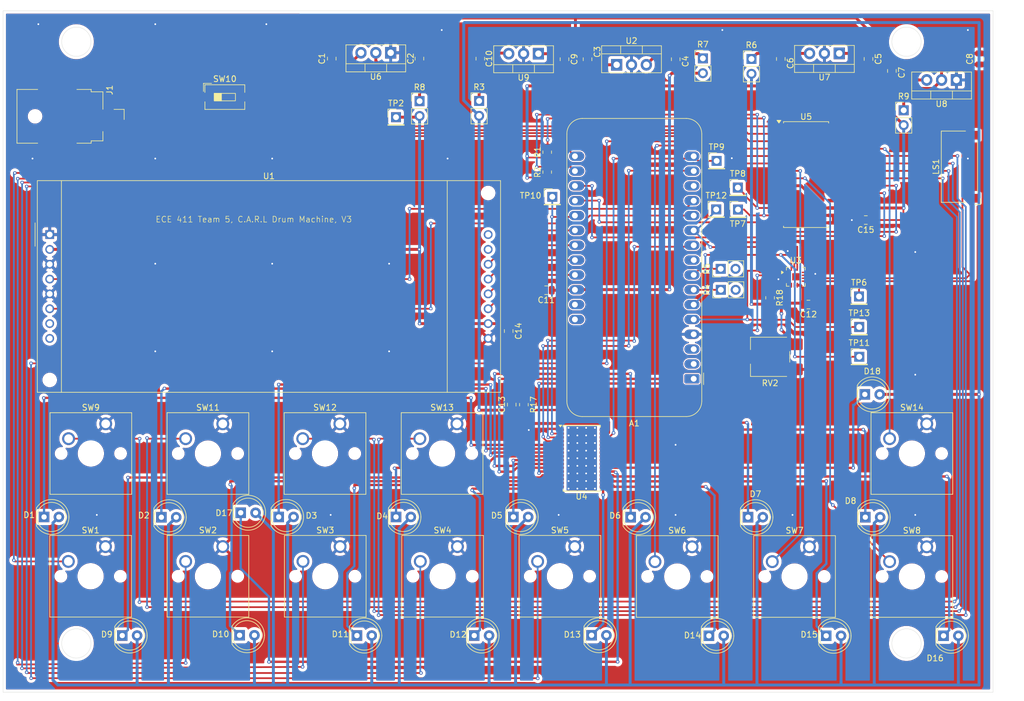
<source format=kicad_pcb>
(kicad_pcb (version 20241229) (generator "pcbnew") (generator_version "9.0")
  (title_block (title "C.A.R.L Drum Machine") (date "11/19/2025") (rev "3"))
  (layers (0 "F.Cu" signal) (2 "B.Cu" signal) (13 "F.Paste" user) (15 "B.Paste" user) (5 "F.SilkS" user "F.Silkscreen") (7 "B.SilkS" user "B.Silkscreen") (1 "F.Mask" user) (3 "B.Mask" user) (25 "Edge.Cuts" user))
  (net 0 "")
  (net 2 "Net-(A1-IO4{slash}A5)")
  (net 3 "Net-(A1-A7{slash}IO32)")
  (net 4 "Net-(A1-DAC2{slash}A0)")
  (net 5 "Net-(A1-MOSI{slash}IO18)")
  (net 7 "Net-(A1-TX{slash}IO17)")
  (net 10 "Net-(A1-A10{slash}IO27)")
  (net 12 "Net-(A1-A12{slash}IO13)")
  (net 13 "Net-(A1-MISO{slash}IO19)")
  (net 14 "Net-(A1-SCK{slash}IO5)")
  (net 16 "Net-(A1-I34{slash}A2)")
  (net 17 "Net-(A1-A11{slash}IO12)")
  (net 19 "GND")
  (net 20 "Net-(A1-A6{slash}IO14)")
  (net 21 "Net-(A1-I39{slash}A3)")
  (net 22 "Net-(A1-A9{slash}IO33)")
  (net 23 "Net-(A1-DAC1{slash}A1)")
  (net 24 "Net-(A1-SCL{slash}IO22)")
  (net 25 "Net-(A1-SDA{slash}IO23)")
  (net 26 "Net-(A1-A8{slash}IO15)")
  (net 27 "Net-(A1-IO21)")
  (net 32 "Net-(U3-~{SD_MODE})")
  (net 38 "Net-(U3-OUTN)")
  (net 39 "Net-(U3-OUTP)")
  (net 40 "Net-(U3-GAIN_SLOT)")
  (net 45 "Net-(D16-K)")
  (net 53 "Net-(D13-K)")
  (net 54 "Net-(D5-K)")
  (net 55 "Net-(D17-K)")
  (net 57 "Net-(D14-K)")
  (net 59 "Net-(D1-K)")
  (net 60 "Net-(D15-K)")
  (net 61 "Net-(D3-K)")
  (net 63 "Net-(D18-K)")
  (net 68 "Net-(D7-K)")
  (net 75 "Net-(D2-K)")
  (net 78 "Net-(D9-K)")
  (net 79 "Net-(D12-K)")
  (net 82 "Net-(D6-K)")
  (net 87 "Net-(U4-IREF)")
  (net 91 "Net-(D4-K)")
  (net 98 "Net-(D8-K)")
  (net 100 "Net-(D10-K)")
  (net 102 "Net-(D11-K)")
  (net 103 "Net-(U5-GPA3)")
  (net 104 "Net-(U5-GPB0)")
  (net 105 "Net-(U5-GPB2)")
  (net 106 "Net-(U5-GPB3)")
  (net 107 "Net-(U5-GPB4)")
  (net 109 "Net-(U5-GPB1)")
  (net 111 "Net-(U5-GPA4)")
  (net 112 "Net-(U5-GPA2)")
  (net 113 "Net-(U5-GPA0)")
  (net 116 "Net-(U5-GPB5)")
  (net 117 "Net-(U5-GPA1)")
  (net 120 "Net-(U5-GPB7)")
  (net 121 "Net-(U5-GPB6)")
  (net 122 "Net-(SW10-A)")
  (net 123 "5V -ESP32 Power")
  (net 124 "Net-(SW10-B)")
  (net 125 "3.3V -LCD Power")
  (net 126 "5V -Amplifier Power")
  (net 127 "3.3V -GPIO Extender Power")
  (net 128 "5V -LED Driver Power")
  (net 129 "Net-(U6-VO)")
  (net 130 "Net-(U2-OUT)")
  (net 131 "Net-(U7-OUT)")
  (net 132 "Net-(U8-VO)")
  (net 133 "Net-(U9-OUT)")
  (footprint "LED_THT:LED_D5.0mm" (layer "F.Cu") (at 141.043696 171.4)
    (property "Reference" "D2")
    (property "Value" "LED_RED")
  )
  (footprint "Package_SO:HTSSOP-32-1EP_6.1x11mm_P0.65mm_EP5.2x11mm_Mask4.11x4.36mm_ThermalVias" (layer "F.Cu") (at 212.95 161.3)
    (property "Reference" "U4")
    (property "Value" "TLC5947DAP (LED Driver)")
  )
  (footprint "Capacitor_SMD:C_0805_2012Metric" (layer "F.Cu") (at 200.97 152.12 90)
    (property "Reference" "C13")
    (property "Value" "100uf")
  )
  (footprint "Button_Switch_Keyboard:SW_Cherry_MX_1.00u_PCB" (layer "F.Cu") (at 131.479565 176.42)
    (property "Reference" "SW1")
    (property "Value" "Beat_In_1")
  )
  (footprint "Button_Switch_Keyboard:SW_Cherry_MX_1.00u_PCB" (layer "F.Cu") (at 271.960435 176.46)
    (property "Reference" "SW8")
    (property "Value" "Beat_In_8")
  )
  (footprint "Connector_PinHeader_2.54mm:PinHeader_1x02_P2.54mm_Vertical" (layer "F.Cu") (at 195.4 100.145)
    (property "Reference" "R3")
    (property "Value" "0ohm")
  )
  (footprint "Button_Switch_Keyboard:SW_Cherry_MX_1.00u_PCB" (layer "F.Cu") (at 231.823043 176.46)
    (property "Reference" "SW6")
    (property "Value" "Beat_In_6")
  )
  (footprint "Capacitor_SMD:C_0805_2012Metric" (layer "F.Cu") (at 261.54 120.52 180)
    (property "Reference" "C15")
    (property "Value" "100uf")
  )
  (footprint "Connector_PinHeader_2.54mm:PinHeader_1x02_P2.54mm_Vertical" (layer "F.Cu") (at 241.98 92.955)
    (property "Reference" "R6")
    (property "Value" "0ohm")
  )
  (footprint "Capacitor_SMD:C_0805_2012Metric" (layer "F.Cu") (at 281 92.95 90)
    (property "Reference" "C8")
    (property "Value" "100nF")
  )
  (footprint "Connector_PinHeader_2.54mm:PinHeader_1x01_P2.54mm_Vertical" (layer "F.Cu") (at 236.02 110.4)
    (property "Reference" "TP9")
    (property "Value" "TestPoint")
  )
  (footprint "Connector_PinHeader_2.54mm:PinHeader_1x01_P2.54mm_Vertical" (layer "F.Cu") (at 235.95 118.71)
    (property "Reference" "TP12")
    (property "Value" "TestPoint")
  )
  (footprint "Capacitor_SMD:C_0805_2012Metric" (layer "F.Cu") (at 206.87 132.54 180)
    (property "Reference" "C11")
    (property "Value" "100uf")
  )
  (footprint "Connector_PinHeader_2.54mm:PinHeader_1x02_P2.54mm_Vertical" (layer "F.Cu") (at 185.21 100.175)
    (property "Reference" "R8")
    (property "Value" "0ohm")
  )
  (footprint "Package_TO_SOT_THT:TO-220-3_Vertical" (layer "F.Cu") (at 205.54 92.05 180)
    (property "Reference" "U9")
    (property "Value" "L7805 (5V Voltage Regulator)")
  )
  (footprint "Connector_PinHeader_2.54mm:PinHeader_1x01_P2.54mm_Vertical" (layer "F.Cu") (at 260.38 133.61)
    (property "Reference" "TP6")
    (property "Value" "TestPoint")
  )
  (footprint "Package_DFN_QFN:TQFN-16-1EP_3x3mm_P0.5mm_EP1.23x1.23mm" (layer "F.Cu") (at 249.5625 130.24)
    (property "Reference" "U3")
    (property "Value" "MAX98357A (Amplifier)")
  )
  (footprint "LED_THT:LED_D5.0mm" (layer "F.Cu") (at 201.249783 171.35)
    (property "Reference" "D5")
    (property "Value" "LED_RED")
  )
  (footprint "LED_THT:LED_D5.0mm" (layer "F.Cu") (at 241.387174 171.39)
    (property "Reference" "D7")
    (property "Value" "LED_RED")
  )
  (footprint "Package_SO:SOIC-28W_7.5x17.9mm_P1.27mm" (layer "F.Cu") (at 251.33 112.745)
    (property "Reference" "U5")
    (property "Value" "MCP23017_SO")
  )
  (footprint "Capacitor_SMD:C_0805_2012Metric" (layer "F.Cu") (at 251.7225 134.99 180)
    (property "Reference" "C12")
    (property "Value" "100uf")
  )
  (footprint "LED_THT:LED_D5.0mm" (layer "F.Cu") (at 261.45587 171.39)
    (property "Reference" "D8")
    (property "Value" "LED_RED")
  )
  (footprint "Package_TO_SOT_THT:TO-220-3_Vertical" (layer "F.Cu") (at 277.04 96.55 180)
    (property "Reference" "U8")
    (property "Value" "LD1117V33 (3.3V Voltage Regulator)")
  )
  (footprint "LED_THT:LED_D5.0mm" (layer "F.Cu") (at 154.422826 191.6)
    (property "Reference" "D10")
    (property "Value" "LED_YELLOW")
  )
  (footprint "Capacitor_SMD:C_0805_2012Metric" (layer "F.Cu") (at 262 92.95 -90)
    (property "Reference" "C5")
    (property "Value" "100nF")
  )
  (footprint "Button_Switch_Keyboard:SW_Cherry_MX_1.00u_PCB" (layer "F.Cu") (at 171.616957 176.42)
    (property "Reference" "SW3")
    (property "Value" "Beat_In_3")
  )
  (footprint "Capacitor_SMD:C_0805_2012Metric" (layer "F.Cu") (at 200.45 139.53 -90)
    (property "Reference" "C14")
    (property "Value" "100uf")
  )
  (footprint "Capacitor_SMD:C_0805_2012Metric" (layer "F.Cu") (at 170.186366 92.892654 90)
    (property "Reference" "C1")
    (property "Value" "100nf")
  )
  (footprint "LED_THT:LED_D5.0mm" (layer "F.Cu") (at 234.697609 191.69)
    (property "Reference" "D14")
    (property "Value" "LED_YELLOW")
  )
  (footprint "Connector_PinHeader_2.54mm:PinHeader_1x01_P2.54mm_Vertical" (layer "F.Cu") (at 260.42 143.93)
    (property "Reference" "TP11")
    (property "Value" "TestPoint")
  )
  (footprint "Button_Switch_Keyboard:SW_Cherry_MX_1.00u_PCB" (layer "F.Cu") (at 251.891739 176.46)
    (property "Reference" "SW7")
    (property "Value" "Beat_In_7")
  )
  (footprint "Capacitor_SMD:C_0805_2012Metric" (layer "F.Cu") (at 185.186366 92.892654 90)
    (property "Reference" "C2")
    (property "Value" "100nF")
  )
  (footprint "Resistor_SMD:R_0805_2012Metric" (layer "F.Cu") (at 207.04 108.91 90)
    (property "Reference" "R1")
    (property "Value" "4.7Kohm")
  )
  (footprint "LED_THT:LED_D5.0mm" (layer "F.Cu") (at 120.975 171.35)
    (property "Reference" "D1")
    (property "Value" "LED_RED")
  )
  (footprint "Package_TO_SOT_THT:TO-220-3_Vertical" (layer "F.Cu") (at 257 92 180)
    (property "Reference" "U7")
    (property "Value" "L7805 (5V Voltage Regulator)")
  )
  (footprint "Button_Switch_Keyboard:SW_Cherry_MX_1.00u_PCB" (layer "F.Cu") (at 151.548261 155.41)
    (property "Reference" "SW11")
    (property "Value" "Mute_Button")
  )
  (footprint "Connector_PinHeader_2.54mm:PinHeader_1x01_P2.54mm_Vertical" (layer "F.Cu") (at 260.41 138.83)
    (property "Reference" "TP13")
    (property "Value" "TestPoint")
  )
  (footprint "Connector_PinHeader_2.54mm:PinHeader_1x02_P2.54mm_Vertical" (layer "F.Cu") (at 236.74 132.47 90)
    (property "Reference" "R4")
    (property "Value" "0ohm")
  )
  (footprint "LED_THT:LED_D5.0mm" (layer "F.Cu") (at 174.491522 191.65)
    (property "Reference" "D11")
    (property "Value" "LED_YELLOW")
  )
  (footprint "Capacitor_SMD:C_0805_2012Metric" (layer "F.Cu") (at 266 95 -90)
    (property "Reference" "C7")
    (property "Value" "100nf")
  )
  (footprint "Module:Adafruit_Feather" (layer "F.Cu") (at 232.1 147.7 180)
    (property "Reference" "A1")
    (property "Value" "Adafruit_Feather_HUZZAH32_ESP32")
  )
  (footprint "Package_TO_SOT_THT:TO-220-3_Vertical" (layer "F.Cu") (at 218.92 93.95)
    (property "Reference" "U2")
    (property "Value" "L7805 (5V Voltage Regulator)")
  )
  (footprint "Button_Switch_Keyboard:SW_Cherry_MX_1.00u_PCB" (layer "F.Cu") (at 151.548261 176.42)
    (property "Reference" "SW2")
    (property "Value" "Beat_In_2")
  )
  (footprint "Resistor_SMD:R_0805_2012Metric" (layer "F.Cu") (at 203.06 152.13 -90)
    (property "Reference" "R17")
    (property "Value" "1Kohm")
  )
  (footprint "LED_THT:LED_D5.0mm" (layer "F.Cu") (at 254.766304 191.69)
    (property "Reference" "D15")
    (property "Value" "LED_YELLOW")
  )
  (footprint "Button_Switch_SMD:SW_DIP_SPSTx01_Slide_6.7x4.1mm_W6.73mm_P2.54mm_LowProfile_JPin" (layer "F.Cu") (at 151.9 99.48)
    (property "Reference" "SW10")
    (property "Value" "Power Switch")
  )
  (footprint "Package_TO_SOT_THT:TO-220-3_Vertical" (layer "F.Cu") (at 180.266366 91.892654 180)
    (property "Reference" "U6")
    (property "Value" "LD1117V33 (3.3V Voltage Regulator)")
  )
  (footprint "Capacitor_SMD:C_0805_2012Metric" (layer "F.Cu") (at 213.94 93 -90)
    (property "Reference" "C3")
    (property "Value" "100nF")
  )
  (footprint "Button_Switch_Keyboard:SW_Cherry_MX_1.00u_PCB" (layer "F.Cu") (at 191.601594 155.41)
    (property "Reference" "SW13")
    (property "Value" "Move_Right_Button")
  )
  (footprint "Capacitor_SMD:C_0805_2012Metric" (layer "F.Cu") (at 210 93 -90)
    (property "Reference" "C9")
    (property "Value" "100nF")
  )
  (footprint "Display:NHD-0420H1Z" (layer "F.Cu") (at 121.9425 123.01)
    (property "Reference" "U1")
    (property "Value" "NHD-0420H1Z (LCD)")
  )
  (footprint "Button_Switch_Keyboard:SW_Cherry_MX_1.00u_PCB" (layer "F.Cu") (at 271.960435 155.41)
    (property "Reference" "SW14")
    (property "Value" "Play_Button")
  )
  (footprint "Connector_PinHeader_2.54mm:PinHeader_1x02_P2.54mm_Vertical" (layer "F.Cu") (at 236.720751 128.876196 90)
    (property "Reference" "R5")
    (property "Value" "0ohm")
  )
  (footprint "Connector_PinHeader_2.54mm:PinHeader_1x01_P2.54mm_Vertical" (layer "F.Cu") (at 207.91 116.55)
    (property "Reference" "TP10")
    (property "Value" "TestPoint")
  )
  (footprint "Button_Switch_Keyboard:SW_Cherry_MX_1.00u_PCB" (layer "F.Cu") (at 171.574927 155.41)
    (property "Reference" "SW12")
    (property "Value" "Move_Left_Button")
  )
  (footprint "LED_THT:LED_D5.0mm" (layer "F.Cu") (at 261.37 150.37)
    (property "Reference" "D18")
    (property "Value" "LED_ORANGE")
  )
  (footprint "Connector_PinHeader_2.54mm:PinHeader_1x01_P2.54mm_Vertical" (layer "F.Cu") (at 181.18 102.92)
    (property "Reference" "TP2")
    (property "Value" "TestPoint")
  )
  (footprint "LED_THT:LED_D5.0mm" (layer "F.Cu") (at 214.628913 191.6)
    (property "Reference" "D13")
    (property "Value" "LED_YELLOW")
  )
  (footprint "LED_THT:LED_D5.0mm" (layer "F.Cu") (at 194.560217 191.65)
    (property "Reference" "D12")
    (property "Value" "LED_YELLOW")
  )
  (footprint "Buzzer_Beeper:Speaker_CUI_CMR-1206S-67" (layer "F.Cu") (at 277.55 111.4 90)
    (property "Reference" "LS1")
    (property "Value" "Speaker 8Ohm, 3\" Diameter")
  )
  (footprint "Connector_PinHeader_2.54mm:PinHeader_1x01_P2.54mm_Vertical" (layer "F.Cu") (at 239.68 118.73)
    (property "Reference" "TP7")
    (property "Value" "TestPoint")
  )
  (footprint "Button_Switch_Keyboard:SW_Cherry_MX_1.00u_PCB" (layer "F.Cu") (at 191.685652 176.42)
    (property "Reference" "SW4")
    (property "Value" "Beat_In_4")
  )
  (footprint "Resistor_SMD:R_0805_2012Metric" (layer "F.Cu") (at 245.1625 133.84 -90)
    (property "Reference" "R18")
    (property "Value" "1Mohm")
  )
  (footprint "Connector_PinHeader_2.54mm:PinHeader_1x02_P2.54mm_Vertical" (layer "F.Cu") (at 268.02 101.735)
    (property "Reference" "R9")
    (property "Value" "0ohm")
  )
  (footprint "LED_THT:LED_D5.0mm" (layer "F.Cu") (at 221.318478 171.39)
    (property "Reference" "D6")
    (property "Value" "LED_RED")
  )
  (footprint "LED_THT:LED_D5.0mm" (layer "F.Cu") (at 154.615 170.63)
    (property "Reference" "D17")
    (property "Value" "LED_ORANGE")
  )
  (footprint "Resistor_SMD:R_0805_2012Metric" (layer "F.Cu") (at 207.04 112.32 90)
    (property "Reference" "R2")
    (property "Value" "4.7Kohm")
  )
  (footprint "Capacitor_SMD:C_0805_2012Metric" (layer "F.Cu") (at 247 92.95 -90)
    (property "Reference" "C6")
    (property "Value" "100nF")
  )
  (footprint "Capacitor_SMD:C_0805_2012Metric" (layer "F.Cu") (at 195.6 92.9 -90)
    (property "Reference" "C10")
    (property "Value" "100nF")
  )
  (footprint "Button_Switch_Keyboard:SW_Cherry_MX_1.00u_PCB" (layer "F.Cu") (at 131.521594 155.41)
    (property "Reference" "SW9")
    (property "Value" "Save_and_Load_Button")
  )
  (footprint "Connector_BarrelJack:BarrelJack_CUI_PJ-036AH-SMT_Horizontal" (layer "F.Cu") (at 126.44 102.77 -90)
    (property "Reference" "J1")
    (property "Value" "Barrel_Jack (9V DC Supply)")
  )
  (footprint "Button_Switch_Keyboard:SW_Cherry_MX_1.00u_PCB" (layer "F.Cu") (at 211.754348 176.42)
    (property "Reference" "SW5")
    (property "Value" "Beat_In_5")
  )
  (footprint "Capacitor_SMD:C_0805_2012Metric" (layer "F.Cu") (at 229.02 93 -90)
    (property "Reference" "C4")
    (property "Value" "100nF")
  )
  (footprint "LED_THT:LED_D5.0mm" (layer "F.Cu") (at 134.35413 191.65)
    (property "Reference" "D9")
    (property "Value" "LED_YELLOW")
  )
  (footprint "Connector_PinHeader_2.54mm:PinHeader_1x02_P2.54mm_Vertical" (layer "F.Cu") (at 233.67 92.85)
    (property "Reference" "R7")
    (property "Value" "0ohm")
  )
  (footprint "LED_THT:LED_D5.0mm" (layer "F.Cu") (at 274.835 191.69)
    (property "Reference" "D16")
    (property "Value" "LED_YELLOW")
  )
  (footprint "LED_THT:LED_D5.0mm" (layer "F.Cu") (at 181.181087 171.35)
    (property "Reference" "D4")
    (property "Value" "LED_RED")
  )
  (footprint "Connector_PinHeader_2.54mm:PinHeader_1x01_P2.54mm_Vertical" (layer "F.Cu") (at 239.65 114.97)
    (property "Reference" "TP8")
    (property "Value" "TestPoint")
  )
  (footprint "LED_THT:LED_D5.0mm" (layer "F.Cu") (at 161.112391 171.35)
    (property "Reference" "D3")
    (property "Value" "LED_RED")
  )
  (footprint "Potentiometer_SMD:Potentiometer_ACP_CA6-VSMD_Vertical" (layer "F.Cu") (at 245.17 143.94 180)
    (property "Reference" "RV2")
    (property "Value" "Gain_Control (10k POT)")
  )
  (gr_rect (start 113.96 84.7) (end 283.3 201.37) (stroke (width 0.05)) (fill no) (layer "Edge.Cuts"))
  (gr_circle (center 126.5 193) (end 129 193) (stroke (width 0.05)) (fill no) (layer "Edge.Cuts"))
  (gr_circle (center 126.5 90) (end 129 90) (stroke (width 0.05)) (fill no) (layer "Edge.Cuts"))
  (gr_circle (center 268.5 90) (end 271 90) (stroke (width 0.05)) (fill no) (layer "Edge.Cuts"))
  (gr_circle (center 268.5 193) (end 271 193) (stroke (width 0.05)) (fill no) (layer "Edge.Cuts"))
  (gr_text "ECE 411 Team 5, C.A.R.L Drum Machine, V3" (at 140 121 0) (layer "F.SilkS") (effects (font (size 1 1) (thickness 0.1)) (justify left bottom)))
  (segment (start 209.3 157.725) (end 209.294 157.731) (width 0.3) (layer "F.Cu") (net 2))
  (segment (start 221.85 141.16) (end 221.9 141.21) (width 0.3) (layer "F.Cu") (net 2))
  (segment (start 207.15 141.16) (end 221.85 141.16) (width 0.3) (layer "F.Cu") (net 2))
  (segment (start 209.294 157.731) (end 207.221 157.731) (width 0.3) (layer "F.Cu") (net 2))
  (segment (start 231.85 125.09) (end 232.1 124.84) (width 0.3) (layer "F.Cu") (net 2))
  (segment (start 221.96 125.09) (end 231.85 125.09) (width 0.3) (layer "F.Cu") (net 2))
  (segment (start 207.221 157.731) (end 207.21 157.72) (width 0.3) (layer "F.Cu") (net 2))
  (via (at 207.21 157.72) (size 0.6) (drill 0.3) (layers "F.Cu" "B.Cu") (net 2))
  (via (at 221.93 141.24) (size 0.6) (drill 0.3) (layers "F.Cu" "B.Cu") (net 2))
  (via (at 221.96 125.09) (size 0.6) (drill 0.3) (layers "F.Cu" "B.Cu") (net 2))
  (via (at 207.15 141.16) (size 0.6) (drill 0.3) (layers "F.Cu" "B.Cu") (net 2))
  (segment (start 221.93 141.24) (end 221.93 125.12) (width 0.3) (layer "B.Cu") (net 2))
  (segment (start 221.93 125.12) (end 221.96 125.09) (width 0.3) (layer "B.Cu") (net 2))
  (segment (start 207.21 157.72) (end 207.15 157.66) (width 0.3) (layer "B.Cu") (net 2))
  (segment (start 207.15 157.66) (end 207.15 141.16) (width 0.3) (layer "B.Cu") (net 2))
  (segment (start 215.92 117.2) (end 211.8 117.2) (width 0.3) (layer "F.Cu") (net 3))
  (segment (start 216.021 120.911) (end 215.95 120.84) (width 0.3) (layer "F.Cu") (net 3))
  (segment (start 246.482322 122.54) (end 244.853322 120.911) (width 0.3) (layer "F.Cu") (net 3))
  (segment (start 266.73 122.54) (end 246.482322 122.54) (width 0.3) (layer "F.Cu") (net 3))
  (segment (start 244.853322 120.911) (end 216.021 120.911) (width 0.3) (layer "F.Cu") (net 3))
  (segment (start 211.8 117.2) (end 211.78 117.22) (width 0.3) (layer "F.Cu") (net 3))
  (segment (start 255.98 114.65) (end 266.73 114.65) (width 0.3) (layer "F.Cu") (net 3))
  (via (at 215.92 117.2) (size 0.6) (drill 0.3) (layers "F.Cu" "B.Cu") (net 3))
  (via (at 266.73 122.54) (size 0.6) (drill 0.3) (layers "F.Cu" "B.Cu") (net 3))
  (via (at 215.95 120.84) (size 0.6) (drill 0.3) (layers "F.Cu" "B.Cu") (net 3))
  (via (at 266.73 114.65) (size 0.6) (drill 0.3) (layers "F.Cu" "B.Cu") (net 3))
  (segment (start 266.73 114.65) (end 266.73 122.54) (width 0.3) (layer "B.Cu") (net 3))
  (segment (start 215.95 117.23) (end 215.92 117.2) (width 0.3) (layer "B.Cu") (net 3))
  (segment (start 215.95 120.84) (end 215.95 117.23) (width 0.3) (layer "B.Cu") (net 3))
  (segment (start 241.31 137.6) (end 248.27 137.6) (width 0.3) (layer "F.Cu") (net 4))
  (segment (start 246.36 129.49) (end 243.44 129.49) (width 0.3) (layer "F.Cu") (net 4))
  (segment (start 243.16 129.21) (end 241.27 129.21) (width 0.3) (layer "F.Cu") (net 4))
  (segment (start 241.27 137.54) (end 241.26 137.55) (width 0.3) (layer "F.Cu") (net 4))
  (segment (start 248.125 129.49) (end 246.36 129.49) (width 0.3) (layer "F.Cu") (net 4))
  (segment (start 241.27 129.21) (end 241.27 137.54) (width 0.3) (layer "F.Cu") (net 4))
  (segment (start 248.27 137.6) (end 249.5 138.83) (width 0.3) (layer "F.Cu") (net 4))
  (segment (start 241.26 137.55) (end 241.31 137.6) (width 0.3) (layer "F.Cu") (net 4))
  (segment (start 249.5 138.83) (end 260.41 138.83) (width 0.3) (layer "F.Cu") (net 4))
  (segment (start 243.44 129.49) (end 243.16 129.21) (width 0.3) (layer "F.Cu") (net 4))
  (via (at 241.26 137.55) (size 0.6) (drill 0.3) (layers "F.Cu" "B.Cu") (net 4))
  (segment (start 232.11 137.55) (end 232.1 137.54) (width 0.3) (layer "B.Cu") (net 4))
  (segment (start 241.26 137.55) (end 232.11 137.55) (width 0.3) (layer "B.Cu") (net 4))
  (segment (start 214.34776 119.76) (end 232.1 119.76) (width 0.3) (layer "F.Cu") (net 5))
  (segment (start 121.9425 135.71) (end 187.14 135.71) (width 0.3) (layer "F.Cu") (net 5))
  (segment (start 187.14 135.71) (end 187.25 135.82) (width 0.3) (layer "F.Cu") (net 5))
  (segment (start 213.00776 121.1) (end 214.34776 119.76) (width 0.3) (layer "F.Cu") (net 5))
  (segment (start 187.15 121.1) (end 213.00776 121.1) (width 0.3) (layer "F.Cu") (net 5))
  (via (at 187.15 121.1) (size 0.6) (drill 0.3) (layers "F.Cu" "B.Cu") (net 5))
  (via (at 187.13 135.68) (size 0.6) (drill 0.3) (layers "F.Cu" "B.Cu") (net 5))
  (segment (start 187.13 121.12) (end 187.15 121.1) (width 0.3) (layer "B.Cu") (net 5))
  (segment (start 187.13 135.68) (end 187.13 121.12) (width 0.3) (layer "B.Cu") (net 5))
  (segment (start 206.36 157.790654) (end 206.36 157.61) (width 0.3) (layer "F.Cu") (net 7))
  (segment (start 206.33 142.08) (end 220.96 142.08) (width 0.3) (layer "F.Cu") (net 7))
  (segment (start 209.3 158.375) (end 206.944346 158.375) (width 0.3) (layer "F.Cu") (net 7))
  (segment (start 206.944346 158.375) (end 206.36 157.790654) (width 0.3) (layer "F.Cu") (net 7))
  (segment (start 232.04 112.08) (end 232.1 112.14) (width 0.3) (layer "F.Cu") (net 7))
  (segment (start 220.99 112.08) (end 232.04 112.08) (width 0.3) (layer "F.Cu") (net 7))
  (segment (start 220.96 142.08) (end 220.99 142.05) (width 0.3) (layer "F.Cu") (net 7))
  (via (at 206.33 142.08) (size 0.6) (drill 0.3) (layers "F.Cu" "B.Cu") (net 7))
  (via (at 206.36 157.61) (size 0.6) (drill 0.3) (layers "F.Cu" "B.Cu") (net 7))
  (via (at 220.99 112.08) (size 0.6) (drill 0.3) (layers "F.Cu" "B.Cu") (net 7))
  (via (at 220.99 142.05) (size 0.6) (drill 0.3) (layers "F.Cu" "B.Cu") (net 7))
  (segment (start 220.99 142.05) (end 220.99 112.08) (width 0.3) (layer "B.Cu") (net 7))
  (segment (start 206.36 142.11) (end 206.33 142.08) (width 0.3) (layer "B.Cu") (net 7))
  (segment (start 206.36 157.61) (end 206.36 142.11) (width 0.3) (layer "B.Cu") (net 7))
  (segment (start 202.7325 124.84) (end 196.9425 130.63) (width 0.3) (layer "F.Cu") (net 10))
  (segment (start 211.78 124.84) (end 202.7325 124.84) (width 0.3) (layer "F.Cu") (net 10))
  (segment (start 202.7325 129.92) (end 196.9425 135.71) (width 0.3) (layer "F.Cu") (net 12))
  (segment (start 211.78 129.92) (end 202.7325 129.92) (width 0.3) (layer "F.Cu") (net 12))
  (segment (start 183.46 130.63) (end 183.5 130.59) (width 0.3) (layer "F.Cu") (net 13))
  (segment (start 230.711 118.609) (end 232.1 117.22) (width 0.3) (layer "F.Cu") (net 13))
  (segment (start 183.5 118.6) (end 184.189 118.609) (width 0.3) (layer "F.Cu") (net 13))
  (segment (start 184.189 118.609) (end 230.711 118.609) (width 0.3) (layer "F.Cu") (net 13))
  (segment (start 121.9425 130.63) (end 183.46 130.63) (width 0.3) (layer "F.Cu") (net 13))
  (via (at 183.5 130.64) (size 0.6) (drill 0.3) (layers "F.Cu" "B.Cu") (net 13))
  (via (at 183.5 118.6) (size 0.6) (drill 0.3) (layers "F.Cu" "B.Cu") (net 13))
  (segment (start 183.5 118.6) (end 183.5 130.64) (width 0.3) (layer "B.Cu") (net 13))
  (segment (start 249.79 125.12) (end 248.65 125.12) (width 0.3) (layer "F.Cu") (net 14))
  (segment (start 248.65 125.12) (end 234.96 125.16) (width 0.3) (layer "F.Cu") (net 14))
  (segment (start 249.8 125.11) (end 249.79 125.12) (width 0.3) (layer "F.Cu") (net 14))
  (segment (start 249.8125 125.1225) (end 249.8 125.11) (width 0.3) (layer "F.Cu") (net 14))
  (segment (start 249.8125 128.8025) (end 249.8125 125.1225) (width 0.3) (layer "F.Cu") (net 14))
  (via (at 234.96 125.16) (size 0.6) (drill 0.3) (layers "F.Cu" "B.Cu") (net 14))
  (segment (start 235.95 118.71) (end 235.95 118.89) (width 0.3) (layer "B.Cu") (net 14))
  (segment (start 234.96 125.16) (end 232.1 122.3) (width 0.3) (layer "B.Cu") (net 14))
  (segment (start 232.54 122.3) (end 232.1 122.3) (width 0.3) (layer "B.Cu") (net 14))
  (segment (start 235.95 118.89) (end 232.54 122.3) (width 0.3) (layer "B.Cu") (net 14))
  (segment (start 236.74 132.47) (end 232.11 132.47) (width 0.3) (layer "F.Cu") (net 16))
  (segment (start 232.11 132.47) (end 232.1 132.46) (width 0.3) (layer "F.Cu") (net 16))
  (segment (start 202.7325 127.38) (end 196.9425 133.17) (width 0.3) (layer "F.Cu") (net 17))
  (segment (start 211.78 127.38) (end 202.7325 127.38) (width 0.3) (layer "F.Cu") (net 17))
  (segment (start 246.76 130.49) (end 246.61 130.64) (width 0.3) (layer "F.Cu") (net 19))
  (segment (start 209.145 156.27) (end 204.07 156.27) (width 0.4) (layer "F.Cu") (net 19))
  (segment (start 246.86 130.49) (end 246.76 130.49) (width 0.3) (layer "F.Cu") (net 19))
  (segment (start 260.59 120.52) (end 259.19 120.52) (width 0.3) (layer "F.Cu") (net 19))
  (segment (start 248.125 130.49) (end 246.86 130.49) (width 0.3) (layer "F.Cu") (net 19))
  (segment (start 249.3125 128.8025) (end 249.3125 126.0235) (width 0.3) (layer "F.Cu") (net 19))
  (segment (start 249.3125 126.0235) (end 249.119 125.83) (width 0.3) (layer "F.Cu") (net 19))
  (segment (start 204.07 156.27) (end 203.9 156.44) (width 0.4) (layer "F.Cu") (net 19))
  (segment (start 252.65 129.99) (end 252.9 129.74) (width 0.3) (layer "F.Cu") (net 19))
  (segment (start 251 129.99) (end 252.65 129.99) (width 0.3) (layer "F.Cu") (net 19))
  (segment (start 209.3 156.425) (end 209.145 156.27) (width 0.4) (layer "F.Cu") (net 19))
  (segment (start 259.19 120.52) (end 259.18 120.53) (width 0.3) (layer "F.Cu") (net 19))
  (segment (start 249.119 125.83) (end 248.18 125.83) (width 0.3) (layer "F.Cu") (net 19))
  (via (at 229 159) (size 0.6) (drill 0.3) (layers "F.Cu" "B.Cu") (net 19))
  (via (at 209 171) (size 0.6) (drill 0.3) (layers "F.Cu" "B.Cu") (net 19))
  (via (at 140 143) (size 0.6) (drill 0.3) (layers "F.Cu" "B.Cu") (net 19))
  (via (at 120 87) (size 0.6) (drill 0.3) (layers "F.Cu" "B.Cu") (net 19))
  (via (at 189 88) (size 0.6) (drill 0.3) (layers "F.Cu" "B.Cu") (net 19))
  (via (at 160 128) (size 0.6) (drill 0.3) (layers "F.Cu" "B.Cu") (net 19))
  (via (at 259.15 120.53) (size 0.6) (drill 0.3) (layers "F.Cu" "B.Cu") (net 19))
  (via (at 190 110) (size 0.6) (drill 0.3) (layers "F.Cu" "B.Cu") (net 19))
  (via (at 229 171) (size 0.6) (drill 0.3) (layers "F.Cu" "B.Cu") (net 19))
  (via (at 159 87) (size 0.6) (drill 0.3) (layers "F.Cu" "B.Cu") (net 19))
  (via (at 252.9 129.74) (size 0.6) (drill 0.3) (layers "F.Cu" "B.Cu") (net 19))
  (via (at 203.89 156.47) (size 0.6) (drill 0.3) (layers "F.Cu" "B.Cu") (net 19))
  (via (at 279 88) (size 0.6) (drill 0.3) (layers "F.Cu" "B.Cu") (net 19))
  (via (at 237 88) (size 0.6) (drill 0.3) (layers "F.Cu" "B.Cu") (net 19))
  (via (at 279 110) (size 0.6) (drill 0.3) (layers "F.Cu" "B.Cu") (net 19))
  (via (at 170 171) (size 0.6) (drill 0.3) (layers "F.Cu" "B.Cu") (net 19))
  (via (at 249 171) (size 0.6) (drill 0.3) (layers "F.Cu" "B.Cu") (net 19))
  (via (at 119 110) (size 0.6) (drill 0.3) (layers "F.Cu" "B.Cu") (net 19))
  (via (at 238.62 109.94) (size 0.6) (drill 0.3) (layers "F.Cu" "B.Cu") (net 19))
  (via (at 248.18 125.83) (size 0.6) (drill 0.3) (layers "F.Cu" "B.Cu") (net 19))
  (via (at 180 143) (size 0.6) (drill 0.3) (layers "F.Cu" "B.Cu") (net 19))
  (via (at 270 126) (size 0.6) (drill 0.3) (layers "F.Cu" "B.Cu") (net 19))
  (via (at 140 128) (size 0.6) (drill 0.3) (layers "F.Cu" "B.Cu") (net 19))
  (via (at 246.59 130.66) (size 0.6) (drill 0.3) (layers "F.Cu" "B.Cu") (net 19))
  (via (at 160 110) (size 0.6) (drill 0.3) (layers "F.Cu" "B.Cu") (net 19))
  (via (at 160 143) (size 0.6) (drill 0.3) (layers "F.Cu" "B.Cu") (net 19))
  (via (at 140 110) (size 0.6) (drill 0.3) (layers "F.Cu" "B.Cu") (net 19))
  (via (at 140 87) (size 0.6) (drill 0.3) (layers "F.Cu" "B.Cu") (net 19))
  (via (at 180 128) (size 0.6) (drill 0.3) (layers "F.Cu" "B.Cu") (net 19))
  (via (at 130 171) (size 0.6) (drill 0.3) (layers "F.Cu" "B.Cu") (net 19))
  (via (at 270 147) (size 0.6) (drill 0.3) (layers "F.Cu" "B.Cu") (net 19))
  (via (at 270 171) (size 0.6) (drill 0.3) (layers "F.Cu" "B.Cu") (net 19))
  (segment (start 246.128 123.5) (end 214.7 123.5) (width 0.3) (layer "F.Cu") (net 20))
  (segment (start 214.7 114.68) (end 211.78 114.68) (width 0.3) (layer "F.Cu") (net 20))
  (segment (start 264.7 123.27) (end 246.358 123.27) (width 0.3) (layer "F.Cu") (net 20))
  (segment (start 246.358 123.27) (end 246.128 123.5) (width 0.3) (layer "F.Cu") (net 20))
  (segment (start 255.98 115.92) (end 264.7 115.92) (width 0.3) (layer "F.Cu") (net 20))
  (via (at 264.7 115.92) (size 0.6) (drill 0.3) (layers "F.Cu" "B.Cu") (net 20))
  (via (at 214.7 123.52) (size 0.6) (drill 0.3) (layers "F.Cu" "B.Cu") (net 20))
  (via (at 214.7 114.68) (size 0.6) (drill 0.3) (layers "F.Cu" "B.Cu") (net 20))
  (via (at 264.7 123.27) (size 0.6) (drill 0.3) (layers "F.Cu" "B.Cu") (net 20))
  (segment (start 214.7 123.52) (end 214.7 114.68) (width 0.3) (layer "B.Cu") (net 20))
  (segment (start 264.7 115.92) (end 264.7 123.27) (width 0.3) (layer "B.Cu") (net 20))
  (segment (start 236.720751 128.876196) (end 233.143804 128.876196) (width 0.3) (layer "F.Cu") (net 21))
  (segment (start 233.143804 128.876196) (end 232.1 129.92) (width 0.3) (layer "F.Cu") (net 21))
  (segment (start 202.7325 122.3) (end 196.9425 128.09) (width 0.3) (layer "F.Cu") (net 22))
  (segment (start 211.78 122.3) (end 202.7325 122.3) (width 0.3) (layer "F.Cu") (net 22))
  (segment (start 247 126.49) (end 248.68 126.49) (width 0.3) (layer "F.Cu") (net 23))
  (segment (start 249.4 143.9) (end 249.43 143.93) (width 0.3) (layer "F.Cu") (net 23))
  (segment (start 248.8125 126.6225) (end 248.8125 128.8025) (width 0.3) (layer "F.Cu") (net 23))
  (segment (start 245.58 126.49) (end 247 126.49) (width 0.3) (layer "F.Cu") (net 23))
  (segment (start 249.43 143.93) (end 260.42 143.93) (width 0.3) (layer "F.Cu") (net 23))
  (segment (start 234.09 126.49) (end 245.58 126.49) (width 0.3) (layer "F.Cu") (net 23))
  (segment (start 248.68 126.49) (end 248.8125 126.6225) (width 0.3) (layer "F.Cu") (net 23))
  (via (at 234.09 126.49) (size 0.6) (drill 0.3) (layers "F.Cu" "B.Cu") (net 23))
  (via (at 249.4 143.9) (size 0.6) (drill 0.3) (layers "F.Cu" "B.Cu") (net 23))
  (via (at 247 126.49) (size 0.6) (drill 0.3) (layers "F.Cu" "B.Cu") (net 23))
  (segment (start 249.4 128.89) (end 249.4 143.86) (width 0.3) (layer "B.Cu") (net 23))
  (segment (start 234.09 133.01) (end 234.09 126.49) (width 0.3) (layer "B.Cu") (net 23))
  (segment (start 247 126.49) (end 249.4 128.89) (width 0.3) (layer "B.Cu") (net 23))
  (segment (start 247 126.49) (end 249.58 129.07) (width 0.3) (layer "B.Cu") (net 23))
  (segment (start 232.1 135) (end 234.09 133.01) (width 0.3) (layer "B.Cu") (net 23))
  (segment (start 205.2925 111.4075) (end 207.04 111.4075) (width 0.3) (layer "F.Cu") (net 24))
  (segment (start 242.97 102.48) (end 205.26 102.48) (width 0.3) (layer "F.Cu") (net 24))
  (segment (start 240.68 116.17) (end 242.97 118.46) (width 0.3) (layer "F.Cu") (net 24))
  (segment (start 246.68 118.46) (end 242.97 118.46) (width 0.3) (layer "F.Cu") (net 24))
  (segment (start 239.65 114.97) (end 240.68 116) (width 0.3) (layer "F.Cu") (net 24))
  (segment (start 240.68 116) (end 240.68 116.17) (width 0.3) (layer "F.Cu") (net 24))
  (segment (start 205.26 111.44) (end 205.2925 111.4075) (width 0.3) (layer "F.Cu") (net 24))
  (segment (start 207.04 111.4075) (end 211.0475 111.4075) (width 0.3) (layer "F.Cu") (net 24))
  (segment (start 211.0475 111.4075) (end 211.78 112.14) (width 0.3) (layer "F.Cu") (net 24))
  (via (at 205.25 111.43) (size 0.6) (drill 0.3) (layers "F.Cu" "B.Cu") (net 24))
  (via (at 242.97 118.46) (size 0.6) (drill 0.3) (layers "F.Cu" "B.Cu") (net 24))
  (via (at 205.26 102.48) (size 0.6) (drill 0.3) (layers "F.Cu" "B.Cu") (net 24))
  (via (at 242.97 102.48) (size 0.6) (drill 0.3) (layers "F.Cu" "B.Cu") (net 24))
  (segment (start 242.97 118.46) (end 242.97 104.68) (width 0.3) (layer "B.Cu") (net 24))
  (segment (start 242.97 104.68) (end 242.97 102.48) (width 0.3) (layer "B.Cu") (net 24))
  (segment (start 205.26 111.42) (end 205.25 111.43) (width 0.3) (layer "B.Cu") (net 24))
  (segment (start 205.26 102.48) (end 205.26 111.42) (width 0.3) (layer "B.Cu") (net 24))
  (segment (start 240.71 118.73) (end 241.71 119.73) (width 0.3) (layer "F.Cu") (net 25))
  (segment (start 246.68 119.73) (end 244.12 119.73) (width 0.3) (layer "F.Cu") (net 25))
  (segment (start 243.969 103.131) (end 207.041 103.131) (width 0.3) (layer "F.Cu") (net 25))
  (segment (start 239.68 118.73) (end 240.71 118.73) (width 0.3) (layer "F.Cu") (net 25))
  (segment (start 244.1 103) (end 243.969 103.131) (width 0.3) (layer "F.Cu") (net 25))
  (segment (start 244.12 119.73) (end 244.11 119.74) (width 0.3) (layer "F.Cu") (net 25))
  (segment (start 207.041 103.131) (end 207.04 103.13) (width 0.3) (layer "F.Cu") (net 25))
  (segment (start 207.04 107.9975) (end 210.1775 107.9975) (width 0.3) (layer "F.Cu") (net 25))
  (segment (start 210.1775 107.9975) (end 211.78 109.6) (width 0.3) (layer "F.Cu") (net 25))
  (segment (start 207.11 106.81) (end 207.11 107.9275) (width 0.3) (layer "F.Cu") (net 25))
  (segment (start 241.71 119.73) (end 244.12 119.73) (width 0.3) (layer "F.Cu") (net 25))
  (segment (start 207.11 107.9275) (end 207.04 107.9975) (width 0.3) (layer "F.Cu") (net 25))
  (via (at 207.11 106.81) (size 0.6) (drill 0.3) (layers "F.Cu" "B.Cu") (net 25))
  (via (at 207.11 103.22) (size 0.6) (drill 0.3) (layers "F.Cu" "B.Cu") (net 25))
  (via (at 244.1 103) (size 0.6) (drill 0.3) (layers "F.Cu" "B.Cu") (net 25))
  (via (at 244.12 119.73) (size 0.6) (drill 0.3) (layers "F.Cu" "B.Cu") (net 25))
  (segment (start 207.11 106.81) (end 207.11 106.83) (width 0.3) (layer "B.Cu") (net 25))
  (segment (start 244.13 105.87) (end 244.1 105.84) (width 0.3) (layer "B.Cu") (net 25))
  (segment (start 207.11 103.22) (end 207.11 106.81) (width 0.3) (layer "B.Cu") (net 25))
  (segment (start 244.1 105.84) (end 244.1 103) (width 0.3) (layer "B.Cu") (net 25))
  (segment (start 207.11 106.83) (end 207.08 106.86) (width 0.3) (layer "B.Cu") (net 25))
  (segment (start 244.12 119.73) (end 244.12 105.88) (width 0.3) (layer "B.Cu") (net 25))
  (segment (start 244.12 105.88) (end 244.13 105.87) (width 0.3) (layer "B.Cu") (net 25))
  (segment (start 211.55 119.99) (end 211.78 119.76) (width 0.3) (layer "F.Cu") (net 26))
  (segment (start 207.855 157.075) (end 207.85 157.08) (width 0.3) (layer "F.Cu") (net 26))
  (segment (start 209.3 157.075) (end 207.855 157.075) (width 0.3) (layer "F.Cu") (net 26))
  (segment (start 207.85 119.99) (end 211.55 119.99) (width 0.3) (layer "F.Cu") (net 26))
  (via (at 207.85 157.08) (size 0.6) (drill 0.3) (layers "F.Cu" "B.Cu") (net 26))
  (via (at 207.85 119.99) (size 0.6) (drill 0.3) (layers "F.Cu" "B.Cu") (net 26))
  (segment (start 207.91 116.55) (end 207.91 119.93) (width 0.3) (layer "B.Cu") (net 26))
  (segment (start 207.85 157.08) (end 207.85 119.99) (width 0.3) (layer "B.Cu") (net 26))
  (segment (start 207.91 119.93) (end 207.85 119.99) (width 0.3) (layer "B.Cu") (net 26))
  (segment (start 217.625 157.725) (end 218.39 156.96) (width 0.3) (layer "F.Cu") (net 27))
  (segment (start 218.38 110.01) (end 231.69 110.01) (width 0.3) (layer "F.Cu") (net 27))
  (segment (start 231.69 110.01) (end 232.1 109.6) (width 0.3) (layer "F.Cu") (net 27))
  (segment (start 216.6 157.725) (end 217.625 157.725) (width 0.3) (layer "F.Cu") (net 27))
  (segment (start 232.9 110.4) (end 232.1 109.6) (width 0.3) (layer "F.Cu") (net 27))
  (segment (start 236.02 110.4) (end 232.9 110.4) (width 0.3) (layer "F.Cu") (net 27))
  (via (at 218.38 110.01) (size 0.6) (drill 0.3) (layers "F.Cu" "B.Cu") (net 27))
  (via (at 218.39 156.96) (size 0.6) (drill 0.3) (layers "F.Cu" "B.Cu") (net 27))
  (segment (start 218.39 156.96) (end 218.39 109.99) (width 0.3) (layer "B.Cu") (net 27))
  (segment (start 247.97 130.99) (end 246.0325 132.9275) (width 0.3) (layer "F.Cu") (net 32))
  (segment (start 246.0325 132.9275) (end 245.1625 132.9275) (width 0.3) (layer "F.Cu") (net 32))
  (segment (start 248.125 130.99) (end 247.97 130.99) (width 0.3) (layer "F.Cu") (net 32))
  (segment (start 278.07 107.54) (end 278.31 107.54) (width 0.3) (layer "F.Cu") (net 38))
  (segment (start 279.35 129.84) (end 278.07 128.56) (width 0.3) (layer "F.Cu") (net 38))
  (segment (start 278.07 128.56) (end 278.07 107.54) (width 0.3) (layer "F.Cu") (net 38))
  (segment (start 278.7 130.49) (end 279.35 129.84) (width 0.3) (layer "F.Cu") (net 38))
  (segment (start 251 130.49) (end 278.7 130.49) (width 0.3) (layer "F.Cu") (net 38))
  (segment (start 278.31 107.54) (end 279.85 106) (width 0.3) (layer "F.Cu") (net 38))
  (segment (start 279.259 130.99) (end 279.85 130.399) (width 0.3) (layer "F.Cu") (net 39))
  (segment (start 260.36 130.99) (end 279.259 130.99) (width 0.3) (layer "F.Cu") (net 39))
  (segment (start 251 130.99) (end 260.36 130.99) (width 0.3) (layer "F.Cu") (net 39))
  (segment (start 279.85 130.399) (end 279.85 116.8) (width 0.3) (layer "F.Cu") (net 39))
  (segment (start 260.38 133.61) (end 260.38 131.01) (width 0.3) (layer "F.Cu") (net 39))
  (segment (start 260.38 131.01) (end 260.36 130.99) (width 0.3) (layer "F.Cu") (net 39))
  (segment (start 240.845 139.585) (end 240.845 143.94) (width 0.3) (layer "F.Cu") (net 40))
  (segment (start 248.125 129.99) (end 242.99 129.99) (width 0.3) (layer "F.Cu") (net 40))
  (segment (start 241.03 139.4) (end 240.845 139.585) (width 0.3) (layer "F.Cu") (net 40))
  (segment (start 242.99 129.99) (end 242.98 130) (width 0.3) (layer "F.Cu") (net 40))
  (segment (start 243 139.4) (end 241.03 139.4) (width 0.3) (layer "F.Cu") (net 40))
  (via (at 243 139.4) (size 0.6) (drill 0.3) (layers "F.Cu" "B.Cu") (net 40))
  (via (at 242.98 130) (size 0.6) (drill 0.3) (layers "F.Cu" "B.Cu") (net 40))
  (segment (start 242.98 139.38) (end 243 139.4) (width 0.3) (layer "B.Cu") (net 40))
  (segment (start 242.98 130) (end 242.98 139.38) (width 0.3) (layer "B.Cu") (net 40))
  (segment (start 218.469636 164.421) (end 275.429 164.421) (width 0.4) (layer "F.Cu") (net 45))
  (segment (start 218.273636 164.225) (end 218.469636 164.421) (width 0.4) (layer "F.Cu") (net 45))
  (segment (start 216.6 164.225) (end 218.273636 164.225) (width 0.4) (layer "F.Cu") (net 45))
  (segment (start 275.429 164.421) (end 275.48 164.37) (width 0.4) (layer "F.Cu") (net 45))
  (via (at 275.4 164.41) (size 0.6) (drill 0.3) (layers "F.Cu" "B.Cu") (net 45))
  (segment (start 275.801435 164.811435) (end 275.801435 190.723565) (width 0.4) (layer "B.Cu") (net 45))
  (segment (start 275.4 164.41) (end 275.801435 164.811435) (width 0.4) (layer "B.Cu") (net 45))
  (segment (start 275.801435 190.723565) (end 274.835 191.69) (width 0.4) (layer "B.Cu") (net 45))
  (segment (start 216.6 167.58) (end 216.61 167.59) (width 0.4) (layer "F.Cu") (net 53))
  (segment (start 216.6 166.175) (end 216.6 167.58) (width 0.4) (layer "F.Cu") (net 53))
  (via (at 216.61 167.59) (size 0.6) (drill 0.3) (layers "F.Cu" "B.Cu") (net 53))
  (segment (start 216.61 189.618913) (end 214.628913 191.6) (width 0.4) (layer "B.Cu") (net 53))
  (segment (start 216.61 167.59) (end 216.61 189.618913) (width 0.4) (layer "B.Cu") (net 53))
  (segment (start 209.3 161.625) (end 201.305 161.625) (width 0.4) (layer "F.Cu") (net 54))
  (segment (start 201.305 161.625) (end 201.24 161.69) (width 0.4) (layer "F.Cu") (net 54))
  (via (at 201.24 161.69) (size 0.6) (drill 0.3) (layers "F.Cu" "B.Cu") (net 54))
  (segment (start 201.24 161.69) (end 201.249783 161.699783) (width 0.4) (layer "B.Cu") (net 54))
  (segment (start 201.249783 161.699783) (end 201.249783 171.35) (width 0.4) (layer "B.Cu") (net 54))
  (segment (start 216.6 163.575) (end 218.285 163.575) (width 0.4) (layer "F.Cu") (net 55))
  (segment (start 218.285 163.575) (end 218.29 163.58) (width 0.4) (layer "F.Cu") (net 55))
  (segment (start 218.29 163.58) (end 218.6 163.58) (width 0.4) (layer "F.Cu") (net 55))
  (segment (start 218.6 163.58) (end 218.75 163.73) (width 0.4) (layer "F.Cu") (net 55))
  (segment (start 219.09 196.14) (end 159.48 196.14) (width 0.4) (layer "F.Cu") (net 55))
  (via (at 219.09 196.14) (size 0.6) (drill 0.3) (layers "F.Cu" "B.Cu") (net 55))
  (via (at 218.76 163.72) (size 0.6) (drill 0.3) (layers "F.Cu" "B.Cu") (net 55))
  (via (at 159.45 196.16) (size 0.6) (drill 0.3) (layers "F.Cu" "B.Cu") (net 55))
  (segment (start 154.615 180.175) (end 154.615 170.63) (width 0.4) (layer "B.Cu") (net 55))
  (segment (start 218.76 163.72) (end 219.09 164.05) (width 0.4) (layer "B.Cu") (net 55))
  (segment (start 159.45 196.16) (end 159.45 185.01) (width 0.4) (layer "B.Cu") (net 55))
  (segment (start 159.45 185.01) (end 154.615 180.175) (width 0.4) (layer "B.Cu") (net 55))
  (segment (start 219.09 164.05) (end 219.09 196.14) (width 0.4) (layer "B.Cu") (net 55))
  (segment (start 216.6 165.525) (end 217.873752 165.525) (width 0.4) (layer "F.Cu") (net 57))
  (segment (start 218.528752 166.18) (end 234.16 166.18) (width 0.4) (layer "F.Cu") (net 57))
  (segment (start 217.873752 165.525) (end 218.528752 166.18) (width 0.4) (layer "F.Cu") (net 57))
  (via (at 234.16 166.18) (size 0.6) (drill 0.3) (layers "F.Cu" "B.Cu") (net 57))
  (segment (start 234.16 166.18) (end 235.664043 167.684043) (width 0.4) (layer "B.Cu") (net 57))
  (segment (start 235.664043 190.723566) (end 234.697609 191.69) (width 0.4) (layer "B.Cu") (net 57))
  (segment (start 235.664043 167.684043) (end 235.664043 190.723566) (width 0.4) (layer "B.Cu") (net 57))
  (segment (start 195.71 159.04) (end 194.08 159.04) (width 0.4) (layer "F.Cu") (net 59))
  (segment (start 194.01 150.96) (end 120.95 150.96) (width 0.4) (layer "F.Cu") (net 59))
  (segment (start 199.255 159.025) (end 196.655 159.025) (width 0.4) (layer "F.Cu") (net 59))
  (segment (start 196.655 159.025) (end 195.725 159.025) (width 0.4) (layer "F.Cu") (net 59))
  (segment (start 209.3 159.025) (end 199.255 159.025) (width 0.4) (layer "F.Cu") (net 59))
  (segment (start 120.95 150.96) (end 120.92 150.99) (width 0.4) (layer "F.Cu") (net 59))
  (segment (start 195.725 159.025) (end 195.71 159.04) (width 0.4) (layer "F.Cu") (net 59))
  (via (at 194.01 150.96) (size 0.6) (drill 0.3) (layers "F.Cu" "B.Cu") (net 59))
  (via (at 120.92 150.99) (size 0.6) (drill 0.3) (layers "F.Cu" "B.Cu") (net 59))
  (via (at 194.05 159.04) (size 0.6) (drill 0.3) (layers "F.Cu" "B.Cu") (net 59))
  (segment (start 194.05 159.04) (end 194.01 159) (width 0.4) (layer "B.Cu") (net 59))
  (segment (start 194.01 150.96) (end 194.01 150.9) (width 0.4) (layer "B.Cu") (net 59))
  (segment (start 194.01 159) (end 194.01 150.96) (width 0.4) (layer "B.Cu") (net 59))
  (segment (start 120.92 150.99) (end 120.975 151.045) (width 0.4) (layer "B.Cu") (net 59))
  (segment (start 120.975 151.045) (end 120.975 171.35) (width 0.4) (layer "B.Cu") (net 59))
  (segment (start 218.448694 165.25) (end 254.79 165.25) (width 0.4) (layer "F.Cu") (net 60))
  (segment (start 218.073694 164.875) (end 218.448694 165.25) (width 0.4) (layer "F.Cu") (net 60))
  (segment (start 216.6 164.875) (end 218.073694 164.875) (width 0.4) (layer "F.Cu") (net 60))
  (via (at 254.786727 165.209205) (size 0.6) (drill 0.3) (layers "F.Cu" "B.Cu") (net 60))
  (segment (start 253.130739 190.054435) (end 254.766304 191.69) (width 0.4) (layer "B.Cu") (net 60))
  (segment (start 254.786727 179.34512) (end 253.130739 181.001108) (width 0.4) (layer "B.Cu") (net 60))
  (segment (start 253.130739 181.001108) (end 253.130739 190.054435) (width 0.4) (layer "B.Cu") (net 60))
  (segment (start 254.786727 165.209205) (end 254.786727 179.34512) (width 0.4) (layer "B.Cu") (net 60))
  (segment (start 209.3 160.325) (end 197.785 160.325) (width 0.4) (layer "F.Cu") (net 61))
  (segment (start 197.289 148.679) (end 161.111 148.679) (width 0.4) (layer "F.Cu") (net 61))
  (segment (start 197.785 160.325) (end 197.36 160.75) (width 0.4) (layer "F.Cu") (net 61))
  (segment (start 161.111 148.679) (end 161.08 148.71) (width 0.4) (layer "F.Cu") (net 61))
  (segment (start 197.36 148.75) (end 197.289 148.679) (width 0.4) (layer "F.Cu") (net 61))
  (via (at 197.36 148.75) (size 0.6) (drill 0.3) (layers "F.Cu" "B.Cu") (net 61))
  (via (at 197.36 160.75) (size 0.6) (drill 0.3) (layers "F.Cu" "B.Cu") (net 61))
  (via (at 161.111 148.679) (size 0.6) (drill 0.3) (layers "F.Cu" "B.Cu") (net 61))
  (segment (start 161.112391 148.680391) (end 161.112391 171.35) (width 0.4) (layer "B.Cu") (net 61))
  (segment (start 161.111 148.679) (end 161.112391 148.680391) (width 0.4) (layer "B.Cu") (net 61))
  (segment (start 197.36 160.75) (end 197.36 148.79) (width 0.4) (layer "B.Cu") (net 61))
  (segment (start 197.36 148.79) (end 197.37 148.78) (width 0.4) (layer "B.Cu") (net 61))
  (segment (start 259.39 162.95) (end 253.455 162.925) (width 0.4) (layer "F.Cu") (net 63))
  (segment (start 253.455 162.925) (end 216.6 162.925) (width 0.4) (layer "F.Cu") (net 63))
  (via (at 259.39 162.95) (size 0.6) (drill 0.3) (layers "F.Cu" "B.Cu") (net 63))
  (segment (start 259.39 162.95) (end 259.39 152.17) (width 0.4) (layer "B.Cu") (net 63))
  (segment (start 259.57 152.17) (end 261.37 150.37) (width 0.4) (layer "B.Cu") (net 63))
  (segment (start 259.39 152.17) (end 259.57 152.17) (width 0.4) (layer "B.Cu") (net 63))
  (segment (start 227.93 147.71) (end 235.43 155.21) (width 0.4) (layer "F.Cu") (net 68))
  (segment (start 235.43 155.21) (end 241.17 155.21) (width 0.4) (layer "F.Cu") (net 68))
  (segment (start 198.88 147.67) (end 198.92 147.71) (width 0.4) (layer "F.Cu") (net 68))
  (segment (start 201.171306 163.6) (end 198.83 163.6) (width 0.4) (layer "F.Cu") (net 68))
  (segment (start 209.3 162.925) (end 201.846306 162.925) (width 0.4) (layer "F.Cu") (net 68))
  (segment (start 201.846306 162.925) (end 201.171306 163.6) (width 0.4) (layer "F.Cu") (net 68))
  (segment (start 198.92 147.71) (end 227.93 147.71) (width 0.4) (layer "F.Cu") (net 68))
  (via (at 241.17 155.21) (size 0.6) (drill 0.3) (layers "F.Cu" "B.Cu") (net 68))
  (via (at 198.88 147.67) (size 0.6) (drill 0.3) (layers "F.Cu" "B.Cu") (net 68))
  (via (at 198.83 163.6) (size 0.6) (drill 0.3) (layers "F.Cu" "B.Cu") (net 68))
  (segment (start 241.387174 155.427174) (end 241.387174 171.39) (width 0.4) (layer "B.Cu") (net 68))
  (segment (start 198.83 163.6) (end 198.83 147.72) (width 0.4) (layer "B.Cu") (net 68))
  (segment (start 241.17 155.21) (end 241.387174 155.427174) (width 0.4) (layer "B.Cu") (net 68))
  (segment (start 198.83 147.72) (end 198.85 147.7) (width 0.4) (layer "B.Cu") (net 68))
  (segment (start 141.61 149.38) (end 141.57 149.34) (width 0.4) (layer "F.Cu") (net 75))
  (segment (start 196.765 159.675) (end 196.73 159.71) (width 0.4) (layer "F.Cu") (net 75))
  (segment (start 196.56 159.88) (end 196.56 159.99) (width 0.4) (layer "F.Cu") (net 75))
  (segment (start 209.3 159.675) (end 196.765 159.675) (width 0.4) (layer "F.Cu") (net 75))
  (segment (start 196.73 159.71) (end 196.56 159.88) (width 0.4) (layer "F.Cu") (net 75))
  (segment (start 196.55 149.38) (end 141.61 149.38) (width 0.4) (layer "F.Cu") (net 75))
  (via (at 196.55 149.38) (size 0.6) (drill 0.3) (layers "F.Cu" "B.Cu") (net 75))
  (via (at 141.57 149.34) (size 0.6) (drill 0.3) (layers "F.Cu" "B.Cu") (net 75))
  (via (at 196.56 160) (size 0.6) (drill 0.3) (layers "F.Cu" "B.Cu") (net 75))
  (segment (start 196.54 150.67) (end 196.54 149.41) (width 0.4) (layer "B.Cu") (net 75))
  (segment (start 141.57 149.34) (end 141.043696 149.866304) (width 0.4) (layer "B.Cu") (net 75))
  (segment (start 196.54 149.41) (end 196.55 149.4) (width 0.4) (layer "B.Cu") (net 75))
  (segment (start 196.56 150.69) (end 196.54 150.67) (width 0.4) (layer "B.Cu") (net 75))
  (segment (start 141.043696 149.866304) (end 141.043696 171.4) (width 0.4) (layer "B.Cu") (net 75))
  (segment (start 196.56 160) (end 196.56 150.69) (width 0.4) (layer "B.Cu") (net 75))
  (segment (start 205.881364 164.6) (end 206.256364 164.225) (width 0.4) (layer "F.Cu") (net 78))
  (segment (start 135.33 164.6) (end 205.881364 164.6) (width 0.4) (layer "F.Cu") (net 78))
  (segment (start 206.256364 164.225) (end 209.3 164.225) (width 0.4) (layer "F.Cu") (net 78))
  (via (at 135.33 164.6) (size 0.6) (drill 0.3) (layers "F.Cu" "B.Cu") (net 78))
  (segment (start 135.320565 190.683565) (end 134.35413 191.65) (width 0.4) (layer "B.Cu") (net 78))
  (segment (start 135.320565 165.320565) (end 135.320565 190.683565) (width 0.4) (layer "B.Cu") (net 78))
  (segment (start 135.33 164.6) (end 135.320565 165.320565) (width 0.4) (layer "B.Cu") (net 78))
  (segment (start 194.27 166.51) (end 194.23 166.55) (width 0.4) (layer "F.Cu") (net 79))
  (segment (start 208.965 166.51) (end 194.27 166.51) (width 0.4) (layer "F.Cu") (net 79))
  (segment (start 194.23 166.55) (end 194.23 166.73) (width 0.4) (layer "F.Cu") (net 79))
  (segment (start 209.3 166.175) (end 208.965 166.51) (width 0.4) (layer "F.Cu") (net 79))
  (via (at 194.2 166.78) (size 0.6) (drill 0.3) (layers "F.Cu" "B.Cu") (net 79))
  (segment (start 195.526652 190.683565) (end 194.560217 191.65) (width 0.4) (layer "B.Cu") (net 79))
  (segment (start 195.526652 168.106652) (end 195.526652 190.683565) (width 0.4) (layer "B.Cu") (net 79))
  (segment (start 194.2 166.78) (end 195.526652 168.106652) (width 0.4) (layer "B.Cu") (net 79))
  (segment (start 198.01 162.62) (end 201.321364 162.6) (width 0.4) (layer "F.Cu") (net 82))
  (segment (start 201.321364 162.6) (end 201.646364 162.275) (width 0.4) (layer "F.Cu") (net 82))
  (segment (start 220.16 146.85) (end 198.06 146.85) (width 0.4) (layer "F.Cu") (net 82))
  (segment (start 221.26 146.84) (end 220.16 146.85) (width 0.4) (layer "F.Cu") (net 82))
  (segment (start 201.646364 162.275) (end 209.3 162.275) (width 0.4) (layer "F.Cu") (net 82))
  (via (at 221.26 146.84) (size 0.6) (drill 0.3) (layers "F.Cu" "B.Cu") (net 82))
  (via (at 198.06 146.85) (size 0.6) (drill 0.3) (layers "F.Cu" "B.Cu") (net 82))
  (via (at 198.01 162.62) (size 0.6) (drill 0.3) (layers "F.Cu" "B.Cu") (net 82))
  (segment (start 198.01 162.62) (end 198.061 162.569) (width 0.4) (layer "B.Cu") (net 82))
  (segment (start 221.318478 146.898478) (end 221.318478 171.39) (width 0.4) (layer "B.Cu") (net 82))
  (segment (start 198.061 162.569) (end 198.061 146.851) (width 0.4) (layer "B.Cu") (net 82))
  (segment (start 221.26 146.84) (end 221.318478 146.898478) (width 0.4) (layer "B.Cu") (net 82))
  (segment (start 217.601 155.130347) (end 217.601 156.91) (width 0.4) (layer "F.Cu") (net 87))
  (segment (start 217.601 156.91) (end 217.436 157.075) (width 0.4) (layer "F.Cu") (net 87))
  (segment (start 215.513153 153.0425) (end 217.601 155.130347) (width 0.4) (layer "F.Cu") (net 87))
  (segment (start 203.06 153.0425) (end 215.513153 153.0425) (width 0.4) (layer "F.Cu") (net 87))
  (segment (start 217.436 157.075) (end 216.6 157.075) (width 0.4) (layer "F.Cu") (net 87))
  (segment (start 196.160364 162.941) (end 181.051 162.941) (width 0.4) (layer "F.Cu") (net 91))
  (segment (start 209.3 160.975) (end 198.126364 160.975) (width 0.4) (layer "F.Cu") (net 91))
  (segment (start 198.126364 160.975) (end 196.160364 162.941) (width 0.4) (layer "F.Cu") (net 91))
  (via (at 180.93 163.01) (size 0.6) (drill 0.3) (layers "F.Cu" "B.Cu") (net 91))
  (segment (start 181.181087 163.261087) (end 181.181087 171.35) (width 0.4) (layer "B.Cu") (net 91))
  (segment (start 180.93 163.01) (end 181.181087 163.261087) (width 0.4) (layer "B.Cu") (net 91))
  (segment (start 209.3 163.575) (end 205.935 163.575) (width 0.4) (layer "F.Cu") (net 98))
  (segment (start 235.760058 156.39) (end 261.1 156.39) (width 0.4) (layer "F.Cu") (net 98))
  (segment (start 227.880058 148.51) (end 235.760058 156.39) (width 0.4) (layer "F.Cu") (net 98))
  (segment (start 205.935 163.575) (end 205.68 163.83) (width 0.4) (layer "F.Cu") (net 98))
  (segment (start 205.65 148.51) (end 227.880058 148.51) (width 0.4) (layer "F.Cu") (net 98))
  (via (at 205.64 163.85) (size 0.6) (drill 0.3) (layers "F.Cu" "B.Cu") (net 98))
  (via (at 205.65 148.51) (size 0.6) (drill 0.3) (layers "F.Cu" "B.Cu") (net 98))
  (via (at 261.1 156.39) (size 0.6) (drill 0.3) (layers "F.Cu" "B.Cu") (net 98))
  (segment (start 205.64 163.85) (end 205.64 148.52) (width 0.4) (layer "B.Cu") (net 98))
  (segment (start 261.45587 156.74587) (end 261.45587 171.39) (width 0.4) (layer "B.Cu") (net 98))
  (segment (start 205.64 148.52) (end 205.65 148.51) (width 0.4) (layer "B.Cu") (net 98))
  (segment (start 261.1 156.39) (end 261.45587 156.74587) (width 0.4) (layer "B.Cu") (net 98))
  (segment (start 206.64 164.826) (end 206.236 165.23) (width 0.4) (layer "F.Cu") (net 100))
  (segment (start 209.3 164.875) (end 206.689 164.875) (width 0.4) (layer "F.Cu") (net 100))
  (segment (start 206.236 165.23) (end 152.85 165.23) (width 0.4) (layer "F.Cu") (net 100))
  (segment (start 152.85 165.77) (end 152.83 165.79) (width 0.4) (layer "F.Cu") (net 100))
  (segment (start 206.689 164.875) (end 206.64 164.826) (width 0.4) (layer "F.Cu") (net 100))
  (segment (start 152.85 165.23) (end 152.85 165.77) (width 0.4) (layer "F.Cu") (net 100))
  (via (at 152.83 165.79) (size 0.6) (drill 0.3) (layers "F.Cu" "B.Cu") (net 100))
  (segment (start 153.049261 166.009261) (end 153.049261 180.699108) (width 0.4) (layer "B.Cu") (net 100))
  (segment (start 152.787261 180.961108) (end 152.787261 189.964435) (width 0.4) (layer "B.Cu") (net 100))
  (segment (start 153.049261 180.699108) (end 152.787261 180.961108) (width 0.4) (layer "B.Cu") (net 100))
  (segment (start 152.787261 189.964435) (end 154.422826 191.6) (width 0.4) (layer "B.Cu") (net 100))
  (segment (start 152.83 165.79) (end 153.049261 166.009261) (width 0.4) (layer "B.Cu") (net 100))
  (segment (start 209.3 165.525) (end 208.555 165.525) (width 0.4) (layer "F.Cu") (net 102))
  (segment (start 208.555 165.525) (end 208.506 165.476) (width 0.4) (layer "F.Cu") (net 102))
  (segment (start 208.506 165.476) (end 206.839942 165.476) (width 0.4) (layer "F.Cu") (net 102))
  (segment (start 174.07 165.87) (end 174.07 166.4) (width 0.4) (layer "F.Cu") (net 102))
  (segment (start 174.07 166.4) (end 174.04 166.43) (width 0.4) (layer "F.Cu") (net 102))
  (segment (start 206.839942 165.476) (end 206.445942 165.87) (width 0.4) (layer "F.Cu") (net 102))
  (segment (start 206.445942 165.87) (end 174.07 165.87) (width 0.4) (layer "F.Cu") (net 102))
  (via (at 174.05 166.44) (size 0.6) (drill 0.3) (layers "F.Cu" "B.Cu") (net 102))
  (segment (start 172.855957 180.961108) (end 172.855957 190.014435) (width 0.4) (layer "B.Cu") (net 102))
  (segment (start 174.05 179.767065) (end 172.855957 180.961108) (width 0.4) (layer "B.Cu") (net 102))
  (segment (start 174.05 166.44) (end 174.05 179.767065) (width 0.4) (layer "B.Cu") (net 102))
  (segment (start 172.855957 190.014435) (end 174.491522 191.65) (width 0.4) (layer "B.Cu") (net 102))
  (segment (start 277.21 109.55) (end 277.23 109.55) (width 0.3) (layer "F.Cu") (net 103))
  (segment (start 178.39 157.95) (end 185.251594 157.95) (width 0.3) (layer "F.Cu") (net 103))
  (segment (start 178.24 158.1) (end 178.39 157.95) (width 0.3) (layer "F.Cu") (net 103))
  (segment (start 178.24 188.14) (end 178.22 188.16) (width 0.3) (layer "F.Cu") (net 103))
  (segment (start 255.98 109.57) (end 264.44 109.57) (width 0.3) (layer "F.Cu") (net 103))
  (segment (start 264.46 109.55) (end 277.21 109.55) (width 0.3) (layer "F.Cu") (net 103))
  (segment (start 264.44 109.57) (end 264.46 109.55) (width 0.3) (layer "F.Cu") (net 103))
  (segment (start 278.64 188.14) (end 178.24 188.14) (width 0.3) (layer "F.Cu") (net 103))
  (via (at 178.24 158.1) (size 0.6) (drill 0.3) (layers "F.Cu" "B.Cu") (net 103))
  (via (at 178.2 188.16) (size 0.6) (drill 0.3) (layers "F.Cu" "B.Cu") (net 103))
  (via (at 278.64 188.14) (size 0.6) (drill 0.3) (layers "F.Cu" "B.Cu") (net 103))
  (via (at 277.21 109.55) (size 0.6) (drill 0.3) (layers "F.Cu" "B.Cu") (net 103))
  (segment (start 278.64 118.26) (end 278.64 188.11) (width 0.3) (layer "B.Cu") (net 103))
  (segment (start 277.21 109.55) (end 277.21 116.83) (width 0.3) (layer "B.Cu") (net 103))
  (segment (start 178.2 188.16) (end 178.2 158.14) (width 0.3) (layer "B.Cu") (net 103))
  (segment (start 178.2 158.14) (end 178.24 158.1) (width 0.3) (layer "B.Cu") (net 103))
  (segment (start 278.03 117.65) (end 278.64 118.26) (width 0.3) (layer "B.Cu") (net 103))
  (segment (start 277.21 116.83) (end 278.03 117.65) (width 0.3) (layer "B.Cu") (net 103))
  (segment (start 151.20148 112.46) (end 159.17148 104.49) (width 0.3) (layer "F.Cu") (net 104))
  (segment (start 115.99 112.46) (end 151.20148 112.46) (width 0.3) (layer "F.Cu") (net 104))
  (segment (start 159.17148 104.49) (end 246.68 104.49) (width 0.3) (layer "F.Cu") (net 104))
  (segment (start 116.01 178.96) (end 125.129565 178.96) (width 0.3) (layer "F.Cu") (net 104))
  (segment (start 115.81 178.76) (end 116.01 178.96) (width 0.3) (layer "F.Cu") (net 104))
  (segment (start 115.98 112.45) (end 115.99 112.46) (width 0.3) (layer "F.Cu") (net 104))
  (via (at 115.98 112.47) (size 0.6) (drill 0.3) (layers "F.Cu" "B.Cu") (net 104))
  (via (at 115.81 178.76) (size 0.6) (drill 0.3) (layers "F.Cu" "B.Cu") (net 104))
  (segment (start 115.81 112.64) (end 115.81 178.76) (width 0.3) (layer "B.Cu") (net 104))
  (segment (start 115.98 112.47) (end 115.81 112.64) (width 0.3) (layer "B.Cu") (net 104))
  (segment (start 240.18 105.64) (end 159.43852 105.64) (width 0.3) (layer "F.Cu") (net 105))
  (segment (start 241.57 107.03) (end 240.18 105.64) (width 0.3) (layer "F.Cu") (net 105))
  (segment (start 159.43852 105.64) (end 150.97852 114.1) (width 0.3) (layer "F.Cu") (net 105))
  (segment (start 117.2 197.27) (end 165.2 197.02) (width 0.3) (layer "F.Cu") (net 105))
  (segment (start 150.97852 114.1) (end 117.22 114.1) (width 0.3) (layer "F.Cu") (net 105))
  (segment (start 246.68 107.03) (end 241.57 107.03) (width 0.3) (layer "F.Cu") (net 105))
  (via (at 117.2 197.27) (size 0.6) (drill 0.3) (layers "F.Cu" "B.Cu") (net 105))
  (via (at 165.2 197.02) (size 0.6) (drill 0.3) (layers "F.Cu" "B.Cu") (net 105))
  (via (at 117.22 114.1) (size 0.6) (drill 0.3) (layers "F.Cu" "B.Cu") (net 105))
  (segment (start 117.22 197) (end 117.22 114.1) (width 0.3) (layer "B.Cu") (net 105))
  (segment (start 117.2 197.27) (end 117.22 197) (width 0.3) (layer "B.Cu") (net 105))
  (segment (start 165.266957 196.953043) (end 165.266957 178.96) (width 0.3) (layer "B.Cu") (net 105))
  (segment (start 165.2 197.02) (end 165.266957 196.953043) (width 0.3) (layer "B.Cu") (net 105))
  (segment (start 246.68 108.3) (end 241.14 108.3) (width 0.3) (layer "F.Cu") (net 106))
  (segment (start 118.11 198.06) (end 185.45 198.06) (width 0.3) (layer "F.Cu") (net 106))
  (segment (start 238.999 106.159) (end 159.62804 106.159) (width 0.3) (layer "F.Cu") (net 106))
  (segment (start 241.14 108.3) (end 239.14 106.3) (width 0.3) (layer "F.Cu") (net 106))
  (segment (start 151.01704 114.77) (end 118 114.77) (width 0.3) (layer "F.Cu") (net 106))
  (segment (start 118 197.95) (end 118.11 198.06) (width 0.3) (layer "F.Cu") (net 106))
  (segment (start 239.14 106.3) (end 238.999 106.159) (width 0.3) (layer "F.Cu") (net 106))
  (segment (start 159.62804 106.159) (end 151.01704 114.77) (width 0.3) (layer "F.Cu") (net 106))
  (via (at 185.45 198.06) (size 0.6) (drill 0.3) (layers "F.Cu" "B.Cu") (net 106))
  (via (at 118 114.77) (size 0.6) (drill 0.3) (layers "F.Cu" "B.Cu") (net 106))
  (via (at 118 197.95) (size 0.6) (drill 0.3) (layers "F.Cu" "B.Cu") (net 106))
  (segment (start 185.335652 197.945652) (end 185.335652 178.96) (width 0.3) (layer "B.Cu") (net 106))
  (segment (start 118 114.77) (end 118 197.95) (width 0.3) (layer "B.Cu") (net 106))
  (segment (start 185.45 198.06) (end 185.335652 197.945652) (width 0.3) (layer "B.Cu") (net 106))
  (segment (start 237.96 107.05) (end 217.22 107.05) (width 0.3) (layer "F.Cu") (net 107))
  (segment (start 240.48 109.57) (end 237.96 107.05) (width 0.3) (layer "F.Cu") (net 107))
  (segment (start 118.76 145.06) (end 118.75 145.05) (width 0.3) (layer "F.Cu") (net 107))
  (segment (start 118.77 198.95) (end 205.4 198.95) (width 0.3) (layer "F.Cu") (net 107))
  (segment (start 205.43 198.98) (end 205.47 199.02) (width 0.3) (layer "F.Cu") (net 107))
  (segment (start 217.22 145.06) (end 118.76 145.06) (width 0.3) (layer "F.Cu") (net 107))
  (segment (start 205.4 198.95) (end 205.43 198.98) (width 0.3) (layer "F.Cu") (net 107))
  (segment (start 246.68 109.57) (end 240.48 109.57) (width 0.3) (layer "F.Cu") (net 107))
  (via (at 217.22 145.06) (size 0.6) (drill 0.3) (layers "F.Cu" "B.Cu") (net 107))
  (via (at 118.77 198.95) (size 0.6) (drill 0.3) (layers "F.Cu" "B.Cu") (net 107))
  (via (at 217.22 107.05) (size 0.6) (drill 0.3) (layers "F.Cu" "B.Cu") (net 107))
  (via (at 118.75 145.05) (size 0.6) (drill 0.3) (layers "F.Cu" "B.Cu") (net 107))
  (via (at 205.43 198.98) (size 0.6) (drill 0.3) (layers "F.Cu" "B.Cu") (net 107))
  (segment (start 118.75 198.93) (end 118.77 198.95) (width 0.3) (layer "B.Cu") (net 107))
  (segment (start 217.22 107.05) (end 217.22 145.06) (width 0.3) (layer "B.Cu") (net 107))
  (segment (start 205.43 198.98) (end 205.404348 198.954348) (width 0.3) (layer "B.Cu") (net 107))
  (segment (start 118.75 145.05) (end 118.75 198.93) (width 0.3) (layer "B.Cu") (net 107))
  (segment (start 205.404348 198.954348) (end 205.404348 178.96) (width 0.3) (layer "B.Cu") (net 107))
  (segment (start 159.231 105.139) (end 150.99 113.38) (width 0.3) (layer "F.Cu") (net 109))
  (segment (start 116.36 196.61) (end 145.2 196.34) (width 0.3) (layer "F.Cu") (net 109))
  (segment (start 241.42 105.76) (end 246.68 105.76) (width 0.3) (layer "F.Cu") (net 109))
  (segment (start 240.799 105.139) (end 159.231 105.139) (width 0.3) (layer "F.Cu") (net 109))
  (segment (start 133.41852 113.38) (end 116.47 113.44) (width 0.3) (layer "F.Cu") (net 109))
  (segment (start 240.92 105.26) (end 241.42 105.76) (width 0.3) (layer "F.Cu") (net 109))
  (segment (start 240.76 105.1) (end 240.92 105.26) (width 0.3) (layer "F.Cu") (net 109))
  (segment (start 150.99 113.38) (end 133.41852 113.38) (width 0.3) (layer "F.Cu") (net 109))
  (segment (start 240.92 105.26) (end 240.799 105.139) (width 0.3) (layer "F.Cu") (net 109))
  (via (at 145.2 196.34) (size 0.6) (drill 0.3) (layers "F.Cu" "B.Cu") (net 109))
  (via (at 116.46 196.29) (size 0.6) (drill 0.3) (layers "F.Cu" "B.Cu") (net 109))
  (via (at 116.47 113.44) (size 0.6) (drill 0.3) (layers "F.Cu" "B.Cu") (net 109))
  (segment (start 145.2 196.34) (end 145.198261 178.96) (width 0.3) (layer "B.Cu") (net 109))
  (segment (start 116.47 113.44) (end 116.46 196.29) (width 0.3) (layer "B.Cu") (net 109))
  (segment (start 256 108.32) (end 264.77 108.32) (width 0.3) (layer "F.Cu") (net 111))
  (segment (start 255.98 108.3) (end 256 108.32) (width 0.3) (layer "F.Cu") (net 111))
  (via (at 264.77 108.37) (size 0.6) (drill 0.3) (layers "F.Cu" "B.Cu") (net 111))
  (segment (start 265.610435 109.210435) (end 265.610435 157.95) (width 0.3) (layer "B.Cu") (net 111))
  (segment (start 264.77 108.37) (end 265.610435 109.210435) (width 0.3) (layer "B.Cu") (net 111))
  (segment (start 177.24 157.95) (end 165.224927 157.95) (width 0.3) (layer "F.Cu") (net 112))
  (segment (start 255.98 110.84) (end 276.42 110.84) (width 0.3) (layer "F.Cu") (net 112))
  (segment (start 177.4 158.11) (end 177.24 157.95) (width 0.3) (layer "F.Cu") (net 112))
  (segment (start 276.42 110.84) (end 276.58 110.84) (width 0.3) (layer "F.Cu") (net 112))
  (segment (start 277.5 187.47) (end 177.45 187.47) (width 0.3) (layer "F.Cu") (net 112))
  (via (at 276.42 110.84) (size 0.6) (drill 0.3) (layers "F.Cu" "B.Cu") (net 112))
  (via (at 277.5 187.47) (size 0.6) (drill 0.3) (layers "F.Cu" "B.Cu") (net 112))
  (via (at 177.4 158.11) (size 0.6) (drill 0.3) (layers "F.Cu" "B.Cu") (net 112))
  (via (at 177.45 187.47) (size 0.6) (drill 0.3) (layers "F.Cu" "B.Cu") (net 112))
  (segment (start 276.42 110.84) (end 276.42 117.101) (width 0.3) (layer "B.Cu") (net 112))
  (segment (start 177.45 187.47) (end 177.45 158.16) (width 0.3) (layer "B.Cu") (net 112))
  (segment (start 276.42 117.101) (end 278.139 118.82) (width 0.3) (layer "B.Cu") (net 112))
  (segment (start 177.45 158.16) (end 177.4 158.11) (width 0.3) (layer "B.Cu") (net 112))
  (segment (start 278.139 118.82) (end 278.139 186.841) (width 0.3) (layer "B.Cu") (net 112))
  (segment (start 278.139 186.841) (end 277.56 187.42) (width 0.3) (layer "B.Cu") (net 112))
  (segment (start 137.4 185.83) (end 137.3 185.93) (width 0.3) (layer "F.Cu") (net 113))
  (segment (start 276.71 185.83) (end 137.4 185.83) (width 0.3) (layer "F.Cu") (net 113))
  (segment (start 255.98 113.38) (end 274.68 113.38) (width 0.3) (layer "F.Cu") (net 113))
  (segment (start 274.68 113.38) (end 274.7 113.4) (width 0.3) (layer "F.Cu") (net 113))
  (segment (start 137.32 157.95) (end 125.171594 157.95) (width 0.3) (layer "F.Cu") (net 113))
  (via (at 137.32 157.95) (size 0.6) (drill 0.3) (layers "F.Cu" "B.Cu") (net 113))
  (via (at 274.7 113.4) (size 0.6) (drill 0.3) (layers "F.Cu" "B.Cu") (net 113))
  (via (at 276.71 185.83) (size 0.6) (drill 0.3) (layers "F.Cu" "B.Cu") (net 113))
  (via (at 137.3 185.93) (size 0.6) (drill 0.3) (layers "F.Cu" "B.Cu") (net 113))
  (segment (start 277.119 185.421) (end 276.71 185.83) (width 0.3) (layer "B.Cu") (net 113))
  (segment (start 137.3 185.93) (end 137.3 157.95) (width 0.3) (layer "B.Cu") (net 113))
  (segment (start 274.7 113.4) (end 274.7 117.561) (width 0.3) (layer "B.Cu") (net 113))
  (segment (start 277.119 119.98) (end 277.119 185.421) (width 0.3) (layer "B.Cu") (net 113))
  (segment (start 274.7 117.561) (end 277.119 119.98) (width 0.3) (layer "B.Cu") (net 113))
  (segment (start 237.98148 107.78) (end 225.85 107.78) (width 0.3) (layer "F.Cu") (net 116))
  (segment (start 241.04148 110.84) (end 237.98148 107.78) (width 0.3) (layer "F.Cu") (net 116))
  (segment (start 246.68 110.84) (end 241.04148 110.84) (width 0.3) (layer "F.Cu") (net 116))
  (via (at 225.82 107.78) (size 0.6) (drill 0.3) (layers "F.Cu" "B.Cu") (net 116))
  (segment (start 225.82 107.78) (end 225.473043 108.126957) (width 0.3) (layer "B.Cu") (net 116))
  (segment (start 225.473043 108.126957) (end 225.473043 179) (width 0.3) (layer "B.Cu") (net 116))
  (segment (start 138.6 186.79) (end 138.59 186.78) (width 0.3) (layer "F.Cu") (net 117))
  (segment (start 138.59 157.84) (end 138.7 157.95) (width 0.3) (layer "F.Cu") (net 117))
  (segment (start 255.98 112.11) (end 275.68 112.11) (width 0.3) (layer "F.Cu") (net 117))
  (segment (start 138.7 157.95) (end 145.198261 157.95) (width 0.3) (layer "F.Cu") (net 117))
  (segment (start 275.68 112.11) (end 275.7 112.13) (width 0.3) (layer "F.Cu") (net 117))
  (segment (start 276.88 186.79) (end 138.6 186.79) (width 0.3) (layer "F.Cu") (net 117))
  (via (at 275.7 112.13) (size 0.6) (drill 0.3) (layers "F.Cu" "B.Cu") (net 117))
  (via (at 276.88 186.79) (size 0.6) (drill 0.3) (layers "F.Cu" "B.Cu") (net 117))
  (via (at 138.59 186.78) (size 0.6) (drill 0.3) (layers "F.Cu" "B.Cu") (net 117))
  (via (at 138.59 157.84) (size 0.6) (drill 0.3) (layers "F.Cu" "B.Cu") (net 117))
  (segment (start 138.59 157.84) (end 138.56 157.81) (width 0.3) (layer "B.Cu") (net 117))
  (segment (start 275.7 112.13) (end 275.7 117.26) (width 0.3) (layer "B.Cu") (net 117))
  (segment (start 275.7 117.26) (end 277.62 119.18) (width 0.3) (layer "B.Cu") (net 117))
  (segment (start 277.62 119.18) (end 277.62 186.05) (width 0.3) (layer "B.Cu") (net 117))
  (segment (start 138.59 186.78) (end 138.59 157.84) (width 0.3) (layer "B.Cu") (net 117))
  (segment (start 277.62 186.05) (end 276.88 186.79) (width 0.3) (layer "B.Cu") (net 117))
  (segment (start 255.9 169.31) (end 255.920435 169.31) (width 0.3) (layer "F.Cu") (net 120))
  (segment (start 255.920435 169.31) (end 265.610435 179) (width 0.3) (layer "F.Cu") (net 120))
  (segment (start 246.68 113.38) (end 251.11 113.38) (width 0.3) (layer "F.Cu") (net 120))
  (segment (start 251.11 113.38) (end 251.12 113.37) (width 0.3) (layer "F.Cu") (net 120))
  (via (at 255.9 169.31) (size 0.6) (drill 0.3) (layers "F.Cu" "B.Cu") (net 120))
  (via (at 251.12 113.37) (size 0.6) (drill 0.3) (layers "F.Cu" "B.Cu") (net 120))
  (segment (start 251.12 113.37) (end 255.437727 117.687727) (width 0.3) (layer "B.Cu") (net 120))
  (segment (start 255.437727 168.847727) (end 255.9 169.31) (width 0.3) (layer "B.Cu") (net 120))
  (segment (start 255.437727 117.687727) (end 255.437727 168.827292) (width 0.3) (layer "B.Cu") (net 120))
  (segment (start 255.437727 168.827292) (end 255.437727 168.847727) (width 0.3) (layer "B.Cu") (net 120))
  (segment (start 250.32 112.11) (end 250.33 112.12) (width 0.3) (layer "F.Cu") (net 121))
  (segment (start 246.68 112.11) (end 250.32 112.11) (width 0.3) (layer "F.Cu") (net 121))
  (via (at 250.33 112.12) (size 0.6) (drill 0.3) (layers "F.Cu" "B.Cu") (net 121))
  (segment (start 250.33 112.12) (end 250.33 174.211739) (width 0.3) (layer "B.Cu") (net 121))
  (segment (start 250.33 174.211739) (end 245.541739 179) (width 0.3) (layer "B.Cu") (net 121))
  (segment (start 144.545 103.47) (end 148.535 99.48) (width 0.5) (layer "F.Cu") (net 122))
  (segment (start 132.24 103.47) (end 144.545 103.47) (width 0.5) (layer "F.Cu") (net 122))
  (segment (start 211.78 132.46) (end 211.81 132.43) (width 0.5) (layer "F.Cu") (net 123))
  (segment (start 207.82 132.54) (end 211.7 132.54) (width 0.5) (layer "F.Cu") (net 123))
  (segment (start 227.97 95.8) (end 228.38 95.39) (width 0.5) (layer "F.Cu") (net 123))
  (segment (start 211.81 132.43) (end 227.96 132.43) (width 0.5) (layer "F.Cu") (net 123))
  (segment (start 228.38 95.39) (end 233.67 95.39) (width 0.5) (layer "F.Cu") (net 123))
  (segment (start 211.7 132.54) (end 211.78 132.46) (width 0.5) (layer "F.Cu") (net 123))
  (via (at 227.96 132.43) (size 0.6) (drill 0.3) (layers "F.Cu" "B.Cu") (net 123))
  (via (at 227.97 95.8) (size 0.6) (drill 0.3) (layers "F.Cu" "B.Cu") (net 123))
  (segment (start 227.96 95.81) (end 227.97 95.8) (width 0.5) (layer "B.Cu") (net 123))
  (segment (start 227.96 132.43) (end 227.96 95.81) (width 0.5) (layer "B.Cu") (net 123))
  (segment (start 164.54902 99.48) (end 165.22 98.80902) (width 0.5) (layer "F.Cu") (net 124))
  (segment (start 265 91.05) (end 265 93.05) (width 0.5) (layer "F.Cu") (net 124))
  (segment (start 210 92.05) (end 205.54 92.05) (width 0.5) (layer "F.Cu") (net 124))
  (segment (start 214.24 92.05) (end 216.14 93.95) (width 0.5) (layer "F.Cu") (net 124))
  (segment (start 216.14 93.95) (end 218.92 93.95) (width 0.5) (layer "F.Cu") (net 124))
  (segment (start 165.22 85.94) (end 211.87 85.94) (width 0.5) (layer "F.Cu") (net 124))
  (segment (start 270.5 96.55) (end 267.5 93.55) (width 0.5) (layer "F.Cu") (net 124))
  (segment (start 211.87 90.18) (end 212.07 90.18) (width 0.5) (layer "F.Cu") (net 124))
  (segment (start 259.89 85.94) (end 262 88.05) (width 0.5) (layer "F.Cu") (net 124))
  (segment (start 155.265 99.48) (end 163.6 99.48) (width 0.5) (layer "F.Cu") (net 124))
  (segment (start 212.07 90.18) (end 213.94 92.05) (width 0.5) (layer "F.Cu") (net 124))
  (segment (start 271.96 96.55) (end 270.5 96.55) (width 0.5) (layer "F.Cu") (net 124))
  (segment (start 163.6 99.48) (end 164.54902 99.48) (width 0.5) (layer "F.Cu") (net 124))
  (segment (start 164.54902 99.48) (end 170.186366 93.842654) (width 0.5) (layer "F.Cu") (net 124))
  (segment (start 165.22 98.80902) (end 165.22 85.94) (width 0.5) (layer "F.Cu") (net 124))
  (segment (start 170.186366 93.842654) (end 173.236366 93.842654) (width 0.5) (layer "F.Cu") (net 124))
  (segment (start 211.87 85.94) (end 259.89 85.94) (width 0.5) (layer "F.Cu") (net 124))
  (segment (start 262 88.05) (end 265 91.05) (width 0.5) (layer "F.Cu") (net 124))
  (segment (start 173.236366 93.842654) (end 175.186366 91.892654) (width 0.5) (layer "F.Cu") (net 124))
  (segment (start 266.5 93.55) (end 266 94.05) (width 0.5) (layer "F.Cu") (net 124))
  (segment (start 213.94 92.05) (end 214.24 92.05) (width 0.5) (layer "F.Cu") (net 124))
  (segment (start 211.87 90.18) (end 210 92.05) (width 0.5) (layer "F.Cu") (net 124))
  (segment (start 211.87 85.94) (end 211.87 90.18) (width 0.5) (layer "F.Cu") (net 124))
  (segment (start 267.5 93.55) (end 266.5 93.55) (width 0.5) (layer "F.Cu") (net 124))
  (segment (start 265 93.05) (end 266 94.05) (width 0.5) (layer "F.Cu") (net 124))
  (segment (start 262 92) (end 262 88.05) (width 0.5) (layer "F.Cu") (net 124))
  (segment (start 257 92) (end 262 92) (width 0.5) (layer "F.Cu") (net 124))
  (segment (start 121.9425 125.55) (end 185.16 125.55) (width 0.5) (layer "F.Cu") (net 125))
  (segment (start 185.21 138.26) (end 185.22 138.25) (width 0.5) (layer "F.Cu") (net 125))
  (segment (start 185.22 138.25) (end 196.9425 138.25) (width 0.5) (layer "F.Cu") (net 125))
  (segment (start 181.18 102.92) (end 185.005 102.92) (width 0.5) (layer "F.Cu") (net 125))
  (segment (start 200.12 138.25) (end 200.45 138.58) (width 0.5) (layer "F.Cu") (net 125))
  (segment (start 185.005 102.92) (end 185.21 102.715) (width 0.5) (layer "F.Cu") (net 125))
  (segment (start 196.9425 138.25) (end 200.12 138.25) (width 0.5) (layer "F.Cu") (net 125))
  (via (at 185.21 138.26) (size 0.6) (drill 0.3) (layers "F.Cu" "B.Cu") (net 125))
  (via (at 185.16 125.55) (size 0.6) (drill 0.3) (layers "F.Cu" "B.Cu") (net 125))
  (segment (start 185.21 102.715) (end 185.21 138.26) (width 0.5) (layer "B.Cu") (net 125))
  (segment (start 185.005 102.92) (end 185.21 102.715) (width 0.3) (layer "B.Cu") (net 125))
  (segment (start 247.09 134.7525) (end 248.5 134.7525) (width 0.5) (layer "F.Cu") (net 126))
  (segment (start 250.7725 132.1375) (end 250.3125 131.6775) (width 0.5) (layer "F.Cu") (net 126))
  (segment (start 250.7725 134.99) (end 250.7725 132.1375) (width 0.5) (layer "F.Cu") (net 126))
  (segment (start 250.535 134.7525) (end 250.7725 134.99) (width 0.5) (layer "F.Cu") (net 126))
  (segment (start 249.495 141.79) (end 249.495 141.715) (width 0.5) (layer "F.Cu") (net 126))
  (segment (start 247.09 136.54) (end 247.11 136.56) (width 0.5) (layer "F.Cu") (net 126))
  (segment (start 249.495 141.715) (end 247.11 139.33) (width 0.5) (layer "F.Cu") (net 126))
  (segment (start 250.3125 131.6775) (end 249.8885 131.6775) (width 0.5) (layer "F.Cu") (net 126))
  (segment (start 247.09 134.7525) (end 247.09 136.54) (width 0.5) (layer "F.Cu") (net 126))
  (segment (start 244.995 134.92) (end 245.1625 134.7525) (width 0.5) (layer "F.Cu") (net 126))
  (segment (start 248.5 134.7525) (end 250.535 134.7525) (width 0.5) (layer "F.Cu") (net 126))
  (segment (start 245.1625 134.7525) (end 247.09 134.7525) (width 0.5) (layer "F.Cu") (net 126))
  (segment (start 241.99 134.92) (end 244.995 134.92) (width 0.5) (layer "F.Cu") (net 126))
  (via (at 241.99 134.92) (size 0.6) (drill 0.3) (layers "F.Cu" "B.Cu") (net 126))
  (via (at 247.11 139.33) (size 0.6) (drill 0.3) (layers "F.Cu" "B.Cu") (net 126))
  (via (at 247.11 136.56) (size 0.6) (drill 0.3) (layers "F.Cu" "B.Cu") (net 126))
  (segment (start 247.11 136.56) (end 247.11 139.33) (width 0.3) (layer "B.Cu") (net 126))
  (segment (start 241.98 134.91) (end 241.99 134.92) (width 0.5) (layer "B.Cu") (net 126))
  (segment (start 241.98 95.495) (end 241.98 134.91) (width 0.5) (layer "B.Cu") (net 126))
  (segment (start 247.11 136.56) (end 247.13 136.54) (width 0.3) (layer "B.Cu") (net 126))
  (segment (start 267.97 120.53) (end 267.97 118.53) (width 0.3) (layer "F.Cu") (net 127))
  (segment (start 268 118.46) (end 255.98 118.46) (width 0.5) (layer "F.Cu") (net 127))
  (segment (start 254.29 118.46) (end 255.98 118.46) (width 0.5) (layer "F.Cu") (net 127))
  (segment (start 264.8 97.57) (end 203.63 97.57) (width 0.5) (layer "F.Cu") (net 127))
  (segment (start 203.61 113.31) (end 203.6875 113.2325) (width 0.3) (layer "F.Cu") (net 127))
  (segment (start 203.8425 109.8225) (end 207.04 109.8225) (width 0.3) (layer "F.Cu") (net 127))
  (segment (start 203.6875 113.2325) (end 207.04 113.2325) (width 0.3) (layer "F.Cu") (net 127))
  (segment (start 250.48 114.65) (end 254.29 118.46) (width 0.5) (layer "F.Cu") (net 127))
  (segment (start 268.02 104.275) (end 264.8 101.055) (width 0.5) (layer "F.Cu") (net 127))
  (segment (start 203.63 97.57) (end 203.6 97.6) (width 0.5) (layer "F.Cu") (net 127))
  (segment (start 264.8 101.055) (end 264.8 97.57) (width 0.5) (layer "F.Cu") (net 127))
  (segment (start 267.97 118.53) (end 268.02 118.48) (width 0.3) (layer "F.Cu") (net 127))
  (segment (start 267.96 120.52) (end 267.97 120.53) (width 0.3) (layer "F.Cu") (net 127))
  (segment (start 203.61 109.59) (end 203.8425 109.8225) (width 0.3) (layer "F.Cu") (net 127))
  (segment (start 262.49 120.52) (end 267.96 120.52) (width 0.3) (layer "F.Cu") (net 127))
  (segment (start 246.68 114.65) (end 250.48 114.65) (width 0.5) (layer "F.Cu") (net 127))
  (segment (start 268.02 118.48) (end 268 118.46) (width 0.5) (layer "F.Cu") (net 127))
  (via (at 203.61 113.31) (size 0.6) (drill 0.3) (layers "F.Cu" "B.Cu") (net 127))
  (via (at 203.61 109.59) (size 0.6) (drill 0.3) (layers "F.Cu" "B.Cu") (net 127))
  (via (at 203.6 97.6) (size 0.6) (drill 0.3) (layers "F.Cu" "B.Cu") (net 127))
  (via (at 268.02 118.48) (size 0.6) (drill 0.3) (layers "F.Cu" "B.Cu") (net 127))
  (segment (start 203.6 97.6) (end 203.6 113.3) (width 0.5) (layer "B.Cu") (net 127))
  (segment (start 268.02 118.48) (end 268.02 104.275) (width 0.5) (layer "B.Cu") (net 127))
  (segment (start 263.91 150.37) (end 280.88 150.37) (width 0.5) (layer "F.Cu") (net 128))
  (segment (start 216.6 155.725) (end 216.6 156.425) (width 0.5) (layer "F.Cu") (net 128))
  (segment (start 195.38 153.03) (end 195.42 153.07) (width 0.5) (layer "F.Cu") (net 128))
  (segment (start 203.249 155.349) (end 216.224 155.349) (width 0.5) (layer "F.Cu") (net 128))
  (segment (start 216.224 155.349) (end 216.6 155.725) (width 0.5) (layer "F.Cu") (net 128))
  (segment (start 195.42 153.07) (end 200.97 153.07) (width 0.5) (layer "F.Cu") (net 128))
  (segment (start 280.88 150.37) (end 280.89 150.36) (width 0.5) (layer "F.Cu") (net 128))
  (segment (start 200.97 153.07) (end 203.249 155.349) (width 0.5) (layer "F.Cu") (net 128))
  (via (at 195.38 153.03) (size 0.6) (drill 0.3) (layers "F.Cu" "B.Cu") (net 128))
  (via (at 280.89 150.36) (size 0.6) (drill 0.3) (layers "F.Cu" "B.Cu") (net 128))
  (segment (start 142.25 200.12) (end 136.82 200.12) (width 0.5) (layer "B.Cu") (net 128))
  (segment (start 136.82 200.12) (end 123.34 200.12) (width 0.5) (layer "B.Cu") (net 128))
  (segment (start 203.789783 171.35) (end 201.63 173.509783) (width 0.5) (layer "B.Cu") (net 128))
  (segment (start 221.23 174.018478) (end 221.23 200.12) (width 0.5) (layer "B.Cu") (net 128))
  (segment (start 257.306304 191.69) (end 257.306304 199.966304) (width 0.5) (layer "B.Cu") (net 128))
  (segment (start 160.201 173.676) (end 160.201 199.869) (width 0.5) (layer "B.Cu") (net 128))
  (segment (start 159.95 200.12) (end 157.07 200.12) (width 0.5) (layer "B.Cu") (net 128))
  (segment (start 195.4 102.685) (end 192.76 100.045) (width 0.5) (layer "B.Cu") (net 128))
  (segment (start 162.8 200.12) (end 159.95 200.12) (width 0.5) (layer "B.Cu") (net 128))
  (segment (start 277.375 200.015) (end 277.48 200.12) (width 0.5) (layer "B.Cu") (net 128))
  (segment (start 157.155 170.63) (end 160.201 173.676) (width 0.5) (layer "B.Cu") (net 128))
  (segment (start 162.645957 199.965957) (end 162.8 200.12) (width 0.5) (layer "B.Cu") (net 128))
  (segment (start 156.962826 200.012826) (end 157.07 200.12) (width 0.5) (layer "B.Cu") (net 128))
  (segment (start 136.89413 200.04587) (end 136.82 200.12) (width 0.5) (layer "B.Cu") (net 128))
  (segment (start 237.237609 191.69) (end 237.237609 200.077609) (width 0.5) (layer "B.Cu") (net 128))
  (segment (start 156.962826 191.6) (end 156.962826 200.012826) (width 0.5) (layer "B.Cu") (net 128))
  (segment (start 136.89413 191.65) (end 136.89413 200.04587) (width 0.5) (layer "B.Cu") (net 128))
  (segment (start 223.858478 171.39) (end 221.23 174.018478) (width 0.5) (layer "B.Cu") (net 128))
  (segment (start 183.721087 171.35) (end 181.74 173.331087) (width 0.5) (layer "B.Cu") (net 128))
  (segment (start 257.306304 199.966304) (end 257.46 200.12) (width 0.5) (layer "B.Cu") (net 128))
  (segment (start 197.100217 191.65) (end 197.100217 200.109783) (width 0.5) (layer "B.Cu") (net 128))
  (segment (start 143.583696 171.4) (end 142.25 172.733696) (width 0.5) (layer "B.Cu") (net 128))
  (segment (start 197.09 200.12) (end 181.74 200.12) (width 0.5) (layer "B.Cu") (net 128))
  (segment (start 177.031522 200.041522) (end 177.11 200.12) (width 0.5) (layer "B.Cu") (net 128))
  (segment (start 201.63 200.12) (end 197.09 200.12) (width 0.5) (layer "B.Cu") (net 128))
  (segment (start 217.168913 200.098913) (end 217.19 200.12) (width 0.5) (layer "B.Cu") (net 128))
  (segment (start 160.201 199.869) (end 159.95 200.12) (width 0.5) (layer "B.Cu") (net 128))
  (segment (start 277.375 191.69) (end 277.375 200.015) (width 0.5) (layer "B.Cu") (net 128))
  (segment (start 162.645957 172.356434) (end 162.645957 199.965957) (width 0.5) (layer "B.Cu") (net 128))
  (segment (start 277.48 200.12) (end 263.06 200.12) (width 0.5) (layer "B.Cu") (net 128))
  (segment (start 122.508565 172.356435) (end 123.515 171.35) (width 0.5) (layer "B.Cu") (net 128))
  (segment (start 221.23 200.12) (end 217.19 200.12) (width 0.5) (layer "B.Cu") (net 128))
  (segment (start 122.508565 199.288565) (end 122.508565 172.356435) (width 0.5) (layer "B.Cu") (net 128))
  (segment (start 217.168913 191.6) (end 217.168913 200.098913) (width 0.5) (layer "B.Cu") (net 128))
  (segment (start 157.07 200.12) (end 142.25 200.12) (width 0.5) (layer "B.Cu") (net 128))
  (segment (start 181.74 200.12) (end 177.11 200.12) (width 0.5) (layer "B.Cu") (net 128))
  (segment (start 262.989435 172.396435) (end 262.989435 200.049435) (width 0.5) (layer "B.Cu") (net 128))
  (segment (start 280.91 86.72) (end 280.91 200.12) (width 0.5) (layer "B.Cu") (net 128))
  (segment (start 262.989435 200.049435) (end 263.06 200.12) (width 0.5) (layer "B.Cu") (net 128))
  (segment (start 181.74 173.331087) (end 181.74 200.12) (width 0.5) (layer "B.Cu") (net 128))
  (segment (start 217.19 200.12) (end 201.63 200.12) (width 0.5) (layer "B.Cu") (net 128))
  (segment (start 257.46 200.12) (end 243.1 200.12) (width 0.5) (layer "B.Cu") (net 128))
  (segment (start 163.652391 171.35) (end 162.645957 172.356434) (width 0.5) (layer "B.Cu") (net 128))
  (segment (start 197.100217 200.109783) (end 197.09 200.12) (width 0.5) (layer "B.Cu") (net 128))
  (segment (start 242.920739 172.396435) (end 242.920739 199.940739) (width 0.5) (layer "B.Cu") (net 128))
  (segment (start 123.34 200.12) (end 122.508565 199.288565) (width 0.5) (layer "B.Cu") (net 128))
  (segment (start 192.76 100.045) (end 192.76 86.87) (width 0.5) (layer "B.Cu") (net 128))
  (segment (start 195.4 102.685) (end 195.4 152.95) (width 0.5) (layer "B.Cu") (net 128))
  (segment (start 237.28 200.12) (end 221.23 200.12) (width 0.5) (layer "B.Cu") (net 128))
  (segment (start 177.031522 191.65) (end 177.031522 200.041522) (width 0.5) (layer "B.Cu") (net 128))
  (segment (start 243.927174 171.39) (end 242.920739 172.396435) (width 0.5) (layer "B.Cu") (net 128))
  (segment (start 242.920739 199.940739) (end 243.1 200.12) (width 0.5) (layer "B.Cu") (net 128))
  (segment (start 263.99587 171.39) (end 262.989435 172.396435) (width 0.5) (layer "B.Cu") (net 128))
  (segment (start 280.91 200.12) (end 277.48 200.12) (width 0.5) (layer "B.Cu") (net 128))
  (segment (start 237.237609 200.077609) (end 237.28 200.12) (width 0.5) (layer "B.Cu") (net 128))
  (segment (start 192.76 86.87) (end 192.91 86.72) (width 0.5) (layer "B.Cu") (net 128))
  (segment (start 142.25 172.733696) (end 142.25 200.12) (width 0.5) (layer "B.Cu") (net 128))
  (segment (start 201.63 173.509783) (end 201.63 200.12) (width 0.5) (layer "B.Cu") (net 128))
  (segment (start 192.91 86.72) (end 280.91 86.72) (width 0.5) (layer "B.Cu") (net 128))
  (segment (start 243.1 200.12) (end 237.28 200.12) (width 0.5) (layer "B.Cu") (net 128))
  (segment (start 177.11 200.12) (end 162.8 200.12) (width 0.5) (layer "B.Cu") (net 128))
  (segment (start 263.06 200.12) (end 257.46 200.12) (width 0.5) (layer "B.Cu") (net 128))
  (segment (start 185.186366 93.842654) (end 185.186366 94.136366) (width 0.5) (layer "F.Cu") (net 129))
  (segment (start 185.21 94.16) (end 185.21 100.175) (width 0.5) (layer "F.Cu") (net 129))
  (segment (start 178.271366 93.842654) (end 185.186366 93.842654) (width 0.5) (layer "F.Cu") (net 129))
  (segment (start 185.186366 94.136366) (end 185.21 94.16) (width 0.5) (layer "F.Cu") (net 129))
  (segment (start 177.726366 91.892654) (end 177.726366 93.297654) (width 0.5) (layer "F.Cu") (net 129))
  (segment (start 177.726366 93.297654) (end 178.271366 93.842654) (width 0.5) (layer "F.Cu") (net 129))
  (segment (start 232.87 92.05) (end 233.67 92.85) (width 0.5) (layer "F.Cu") (net 130))
  (segment (start 229.02 92.05) (end 225.9 92.05) (width 0.5) (layer "F.Cu") (net 130))
  (segment (start 229.02 92.05) (end 232.87 92.05) (width 0.5) (layer "F.Cu") (net 130))
  (segment (start 225.9 92.05) (end 224 93.95) (width 0.5) (layer "F.Cu") (net 130))
  (segment (start 251.92 92) (end 247 92) (width 0.5) (layer "F.Cu") (net 131))
  (segment (start 247 92) (end 242.935 92) (width 0.5) (layer "F.Cu") (net 131))
  (segment (start 242.935 92) (end 241.98 92.955) (width 0.5) (layer "F.Cu") (net 131))
  (segment (start 274.5 95.145) (end 275.745 93.9) (width 0.5) (layer "F.Cu") (net 132))
  (segment (start 275.745 93.9) (end 281 93.9) (width 0.5) (layer "F.Cu") (net 132))
  (segment (start 268.581 98.001) (end 268.02 98.562) (width 0.5) (layer "F.Cu") (net 132))
  (segment (start 274.5 96.55) (end 274.5 95.145) (width 0.5) (layer "F.Cu") (net 132))
  (segment (start 273.049 98.001) (end 274.5 96.55) (width 0.5) (layer "F.Cu") (net 132))
  (segment (start 268.581 98.001) (end 273.049 98.001) (width 0.5) (layer "F.Cu") (net 132))
  (segment (start 268.02 98.562) (end 268.02 101.735) (width 0.5) (layer "F.Cu") (net 132))
  (segment (start 197.35 91.95) (end 200.36 91.95) (width 0.5) (layer "F.Cu") (net 133))
  (segment (start 195.4 100.145) (end 195.4 96.73) (width 0.5) (layer "F.Cu") (net 133))
  (segment (start 200.36 91.95) (end 200.46 92.05) (width 0.5) (layer "F.Cu") (net 133))
  (segment (start 197.22 92.08) (end 197.35 91.95) (width 0.5) (layer "F.Cu") (net 133))
  (segment (start 195.4 96.73) (end 197.22 94.91) (width 0.5) (layer "F.Cu") (net 133))
  (segment (start 195.6 91.95) (end 197.35 91.95) (width 0.5) (layer "F.Cu") (net 133))
  (segment (start 197.22 94.91) (end 197.22 92.08) (width 0.5) (layer "F.Cu") (net 133))
  (zone (net 19) (net_name "GND") (layers "F.Cu" "B.Cu") (connect_pads (clearance 0.5)) (min_thickness 0.25) (fill yes (thermal_gap 0.5) (thermal_bridge_width 0.5))
    (polygon (pts (xy 113.75 82.89) (xy 113.44 202.73) (xy 285.99 202.84) (xy 285.01 82.94) (xy 113.75 82.86) (xy 113.75 82.93)))
  )
)
</source>
